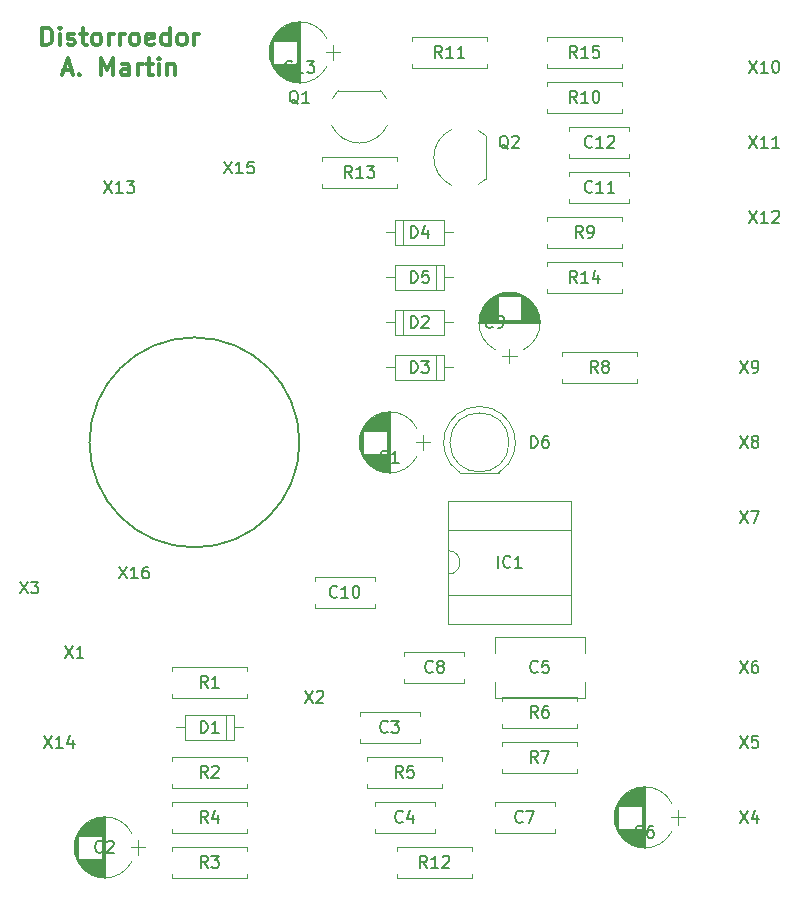
<source format=gbr>
G04 #@! TF.FileFunction,Legend,Top*
%FSLAX46Y46*%
G04 Gerber Fmt 4.6, Leading zero omitted, Abs format (unit mm)*
G04 Created by KiCad (PCBNEW 4.0.6) date 08/31/17 07:48:38*
%MOMM*%
%LPD*%
G01*
G04 APERTURE LIST*
%ADD10C,0.100000*%
%ADD11C,0.300000*%
%ADD12C,0.200000*%
%ADD13C,0.120000*%
%ADD14C,0.150000*%
G04 APERTURE END LIST*
D10*
D11*
X88714286Y-52743571D02*
X88714286Y-51243571D01*
X89071429Y-51243571D01*
X89285714Y-51315000D01*
X89428572Y-51457857D01*
X89500000Y-51600714D01*
X89571429Y-51886429D01*
X89571429Y-52100714D01*
X89500000Y-52386429D01*
X89428572Y-52529286D01*
X89285714Y-52672143D01*
X89071429Y-52743571D01*
X88714286Y-52743571D01*
X90214286Y-52743571D02*
X90214286Y-51743571D01*
X90214286Y-51243571D02*
X90142857Y-51315000D01*
X90214286Y-51386429D01*
X90285714Y-51315000D01*
X90214286Y-51243571D01*
X90214286Y-51386429D01*
X90857143Y-52672143D02*
X91000000Y-52743571D01*
X91285715Y-52743571D01*
X91428572Y-52672143D01*
X91500000Y-52529286D01*
X91500000Y-52457857D01*
X91428572Y-52315000D01*
X91285715Y-52243571D01*
X91071429Y-52243571D01*
X90928572Y-52172143D01*
X90857143Y-52029286D01*
X90857143Y-51957857D01*
X90928572Y-51815000D01*
X91071429Y-51743571D01*
X91285715Y-51743571D01*
X91428572Y-51815000D01*
X91928572Y-51743571D02*
X92500001Y-51743571D01*
X92142858Y-51243571D02*
X92142858Y-52529286D01*
X92214286Y-52672143D01*
X92357144Y-52743571D01*
X92500001Y-52743571D01*
X93214287Y-52743571D02*
X93071429Y-52672143D01*
X93000001Y-52600714D01*
X92928572Y-52457857D01*
X92928572Y-52029286D01*
X93000001Y-51886429D01*
X93071429Y-51815000D01*
X93214287Y-51743571D01*
X93428572Y-51743571D01*
X93571429Y-51815000D01*
X93642858Y-51886429D01*
X93714287Y-52029286D01*
X93714287Y-52457857D01*
X93642858Y-52600714D01*
X93571429Y-52672143D01*
X93428572Y-52743571D01*
X93214287Y-52743571D01*
X94357144Y-52743571D02*
X94357144Y-51743571D01*
X94357144Y-52029286D02*
X94428572Y-51886429D01*
X94500001Y-51815000D01*
X94642858Y-51743571D01*
X94785715Y-51743571D01*
X95285715Y-52743571D02*
X95285715Y-51743571D01*
X95285715Y-52029286D02*
X95357143Y-51886429D01*
X95428572Y-51815000D01*
X95571429Y-51743571D01*
X95714286Y-51743571D01*
X96428572Y-52743571D02*
X96285714Y-52672143D01*
X96214286Y-52600714D01*
X96142857Y-52457857D01*
X96142857Y-52029286D01*
X96214286Y-51886429D01*
X96285714Y-51815000D01*
X96428572Y-51743571D01*
X96642857Y-51743571D01*
X96785714Y-51815000D01*
X96857143Y-51886429D01*
X96928572Y-52029286D01*
X96928572Y-52457857D01*
X96857143Y-52600714D01*
X96785714Y-52672143D01*
X96642857Y-52743571D01*
X96428572Y-52743571D01*
X98142857Y-52672143D02*
X98000000Y-52743571D01*
X97714286Y-52743571D01*
X97571429Y-52672143D01*
X97500000Y-52529286D01*
X97500000Y-51957857D01*
X97571429Y-51815000D01*
X97714286Y-51743571D01*
X98000000Y-51743571D01*
X98142857Y-51815000D01*
X98214286Y-51957857D01*
X98214286Y-52100714D01*
X97500000Y-52243571D01*
X99500000Y-52743571D02*
X99500000Y-51243571D01*
X99500000Y-52672143D02*
X99357143Y-52743571D01*
X99071429Y-52743571D01*
X98928571Y-52672143D01*
X98857143Y-52600714D01*
X98785714Y-52457857D01*
X98785714Y-52029286D01*
X98857143Y-51886429D01*
X98928571Y-51815000D01*
X99071429Y-51743571D01*
X99357143Y-51743571D01*
X99500000Y-51815000D01*
X100428572Y-52743571D02*
X100285714Y-52672143D01*
X100214286Y-52600714D01*
X100142857Y-52457857D01*
X100142857Y-52029286D01*
X100214286Y-51886429D01*
X100285714Y-51815000D01*
X100428572Y-51743571D01*
X100642857Y-51743571D01*
X100785714Y-51815000D01*
X100857143Y-51886429D01*
X100928572Y-52029286D01*
X100928572Y-52457857D01*
X100857143Y-52600714D01*
X100785714Y-52672143D01*
X100642857Y-52743571D01*
X100428572Y-52743571D01*
X101571429Y-52743571D02*
X101571429Y-51743571D01*
X101571429Y-52029286D02*
X101642857Y-51886429D01*
X101714286Y-51815000D01*
X101857143Y-51743571D01*
X102000000Y-51743571D01*
X90500000Y-54865000D02*
X91214286Y-54865000D01*
X90357143Y-55293571D02*
X90857143Y-53793571D01*
X91357143Y-55293571D01*
X91857143Y-55150714D02*
X91928571Y-55222143D01*
X91857143Y-55293571D01*
X91785714Y-55222143D01*
X91857143Y-55150714D01*
X91857143Y-55293571D01*
X93714286Y-55293571D02*
X93714286Y-53793571D01*
X94214286Y-54865000D01*
X94714286Y-53793571D01*
X94714286Y-55293571D01*
X96071429Y-55293571D02*
X96071429Y-54507857D01*
X96000000Y-54365000D01*
X95857143Y-54293571D01*
X95571429Y-54293571D01*
X95428572Y-54365000D01*
X96071429Y-55222143D02*
X95928572Y-55293571D01*
X95571429Y-55293571D01*
X95428572Y-55222143D01*
X95357143Y-55079286D01*
X95357143Y-54936429D01*
X95428572Y-54793571D01*
X95571429Y-54722143D01*
X95928572Y-54722143D01*
X96071429Y-54650714D01*
X96785715Y-55293571D02*
X96785715Y-54293571D01*
X96785715Y-54579286D02*
X96857143Y-54436429D01*
X96928572Y-54365000D01*
X97071429Y-54293571D01*
X97214286Y-54293571D01*
X97500000Y-54293571D02*
X98071429Y-54293571D01*
X97714286Y-53793571D02*
X97714286Y-55079286D01*
X97785714Y-55222143D01*
X97928572Y-55293571D01*
X98071429Y-55293571D01*
X98571429Y-55293571D02*
X98571429Y-54293571D01*
X98571429Y-53793571D02*
X98500000Y-53865000D01*
X98571429Y-53936429D01*
X98642857Y-53865000D01*
X98571429Y-53793571D01*
X98571429Y-53936429D01*
X99285715Y-54293571D02*
X99285715Y-55293571D01*
X99285715Y-54436429D02*
X99357143Y-54365000D01*
X99500001Y-54293571D01*
X99714286Y-54293571D01*
X99857143Y-54365000D01*
X99928572Y-54507857D01*
X99928572Y-55293571D01*
D12*
X110490000Y-86360000D02*
G75*
G03X110490000Y-86360000I-8890000J0D01*
G01*
D13*
X104930000Y-111550000D02*
X104930000Y-109430000D01*
X104930000Y-109430000D02*
X100810000Y-109430000D01*
X100810000Y-109430000D02*
X100810000Y-111550000D01*
X100810000Y-111550000D02*
X104930000Y-111550000D01*
X105700000Y-110490000D02*
X104930000Y-110490000D01*
X100040000Y-110490000D02*
X100810000Y-110490000D01*
X104270000Y-111550000D02*
X104270000Y-109430000D01*
X118590000Y-75140000D02*
X118590000Y-77260000D01*
X118590000Y-77260000D02*
X122710000Y-77260000D01*
X122710000Y-77260000D02*
X122710000Y-75140000D01*
X122710000Y-75140000D02*
X118590000Y-75140000D01*
X117820000Y-76200000D02*
X118590000Y-76200000D01*
X123480000Y-76200000D02*
X122710000Y-76200000D01*
X119250000Y-75140000D02*
X119250000Y-77260000D01*
X122710000Y-81070000D02*
X122710000Y-78950000D01*
X122710000Y-78950000D02*
X118590000Y-78950000D01*
X118590000Y-78950000D02*
X118590000Y-81070000D01*
X118590000Y-81070000D02*
X122710000Y-81070000D01*
X123480000Y-80010000D02*
X122710000Y-80010000D01*
X117820000Y-80010000D02*
X118590000Y-80010000D01*
X122050000Y-81070000D02*
X122050000Y-78950000D01*
X118590000Y-67520000D02*
X118590000Y-69640000D01*
X118590000Y-69640000D02*
X122710000Y-69640000D01*
X122710000Y-69640000D02*
X122710000Y-67520000D01*
X122710000Y-67520000D02*
X118590000Y-67520000D01*
X117820000Y-68580000D02*
X118590000Y-68580000D01*
X123480000Y-68580000D02*
X122710000Y-68580000D01*
X119250000Y-67520000D02*
X119250000Y-69640000D01*
X122710000Y-73450000D02*
X122710000Y-71330000D01*
X122710000Y-71330000D02*
X118590000Y-71330000D01*
X118590000Y-71330000D02*
X118590000Y-73450000D01*
X118590000Y-73450000D02*
X122710000Y-73450000D01*
X123480000Y-72390000D02*
X122710000Y-72390000D01*
X117820000Y-72390000D02*
X118590000Y-72390000D01*
X122050000Y-73450000D02*
X122050000Y-71330000D01*
X125731958Y-83320001D02*
G75*
G03X124090488Y-88920000I-1958J-3039999D01*
G01*
X125728042Y-83320001D02*
G75*
G02X127369512Y-88920000I1958J-3039999D01*
G01*
X128230000Y-86360000D02*
G75*
G03X128230000Y-86360000I-2500000J0D01*
G01*
X124090000Y-88920000D02*
X127370000Y-88920000D01*
X117370000Y-56570000D02*
X113770000Y-56570000D01*
X117894184Y-57297205D02*
G75*
G03X117370000Y-56570000I-2324184J-1122795D01*
G01*
X117926400Y-59518807D02*
G75*
G02X115570000Y-61020000I-2356400J1098807D01*
G01*
X113213600Y-59518807D02*
G75*
G03X115570000Y-61020000I2356400J1098807D01*
G01*
X113245816Y-57297205D02*
G75*
G02X113770000Y-56570000I2324184J-1122795D01*
G01*
X126310000Y-64030000D02*
X126310000Y-60430000D01*
X125582795Y-64554184D02*
G75*
G03X126310000Y-64030000I-1122795J2324184D01*
G01*
X123361193Y-64586400D02*
G75*
G02X121860000Y-62230000I1098807J2356400D01*
G01*
X123361193Y-59873600D02*
G75*
G03X121860000Y-62230000I1098807J-2356400D01*
G01*
X125582795Y-59905816D02*
G75*
G02X126310000Y-60430000I-1122795J-2324184D01*
G01*
X134680000Y-107970000D02*
X127060000Y-107970000D01*
X134680000Y-102850000D02*
X127060000Y-102850000D01*
X134680000Y-107970000D02*
X134680000Y-106605000D01*
X134680000Y-104215000D02*
X134680000Y-102850000D01*
X127060000Y-107970000D02*
X127060000Y-106605000D01*
X127060000Y-104215000D02*
X127060000Y-102850000D01*
X123070000Y-97520000D02*
X123070000Y-99290000D01*
X123070000Y-99290000D02*
X133470000Y-99290000D01*
X133470000Y-99290000D02*
X133470000Y-93750000D01*
X133470000Y-93750000D02*
X123070000Y-93750000D01*
X123070000Y-93750000D02*
X123070000Y-95520000D01*
X123070000Y-101720000D02*
X133470000Y-101720000D01*
X133470000Y-101720000D02*
X133470000Y-91320000D01*
X133470000Y-91320000D02*
X123070000Y-91320000D01*
X123070000Y-91320000D02*
X123070000Y-101720000D01*
X123070000Y-95520000D02*
G75*
G02X123070000Y-97520000I0J-1000000D01*
G01*
X106080000Y-107660000D02*
X106080000Y-107990000D01*
X106080000Y-107990000D02*
X99660000Y-107990000D01*
X99660000Y-107990000D02*
X99660000Y-107660000D01*
X106080000Y-105700000D02*
X106080000Y-105370000D01*
X106080000Y-105370000D02*
X99660000Y-105370000D01*
X99660000Y-105370000D02*
X99660000Y-105700000D01*
X99660000Y-113320000D02*
X99660000Y-112990000D01*
X99660000Y-112990000D02*
X106080000Y-112990000D01*
X106080000Y-112990000D02*
X106080000Y-113320000D01*
X99660000Y-115280000D02*
X99660000Y-115610000D01*
X99660000Y-115610000D02*
X106080000Y-115610000D01*
X106080000Y-115610000D02*
X106080000Y-115280000D01*
X106080000Y-122900000D02*
X106080000Y-123230000D01*
X106080000Y-123230000D02*
X99660000Y-123230000D01*
X99660000Y-123230000D02*
X99660000Y-122900000D01*
X106080000Y-120940000D02*
X106080000Y-120610000D01*
X106080000Y-120610000D02*
X99660000Y-120610000D01*
X99660000Y-120610000D02*
X99660000Y-120940000D01*
X99660000Y-117130000D02*
X99660000Y-116800000D01*
X99660000Y-116800000D02*
X106080000Y-116800000D01*
X106080000Y-116800000D02*
X106080000Y-117130000D01*
X99660000Y-119090000D02*
X99660000Y-119420000D01*
X99660000Y-119420000D02*
X106080000Y-119420000D01*
X106080000Y-119420000D02*
X106080000Y-119090000D01*
X122590000Y-115280000D02*
X122590000Y-115610000D01*
X122590000Y-115610000D02*
X116170000Y-115610000D01*
X116170000Y-115610000D02*
X116170000Y-115280000D01*
X122590000Y-113320000D02*
X122590000Y-112990000D01*
X122590000Y-112990000D02*
X116170000Y-112990000D01*
X116170000Y-112990000D02*
X116170000Y-113320000D01*
X127600000Y-108240000D02*
X127600000Y-107910000D01*
X127600000Y-107910000D02*
X134020000Y-107910000D01*
X134020000Y-107910000D02*
X134020000Y-108240000D01*
X127600000Y-110200000D02*
X127600000Y-110530000D01*
X127600000Y-110530000D02*
X134020000Y-110530000D01*
X134020000Y-110530000D02*
X134020000Y-110200000D01*
X127600000Y-112050000D02*
X127600000Y-111720000D01*
X127600000Y-111720000D02*
X134020000Y-111720000D01*
X134020000Y-111720000D02*
X134020000Y-112050000D01*
X127600000Y-114010000D02*
X127600000Y-114340000D01*
X127600000Y-114340000D02*
X134020000Y-114340000D01*
X134020000Y-114340000D02*
X134020000Y-114010000D01*
X132680000Y-79030000D02*
X132680000Y-78700000D01*
X132680000Y-78700000D02*
X139100000Y-78700000D01*
X139100000Y-78700000D02*
X139100000Y-79030000D01*
X132680000Y-80990000D02*
X132680000Y-81320000D01*
X132680000Y-81320000D02*
X139100000Y-81320000D01*
X139100000Y-81320000D02*
X139100000Y-80990000D01*
X131410000Y-67600000D02*
X131410000Y-67270000D01*
X131410000Y-67270000D02*
X137830000Y-67270000D01*
X137830000Y-67270000D02*
X137830000Y-67600000D01*
X131410000Y-69560000D02*
X131410000Y-69890000D01*
X131410000Y-69890000D02*
X137830000Y-69890000D01*
X137830000Y-69890000D02*
X137830000Y-69560000D01*
X137830000Y-58130000D02*
X137830000Y-58460000D01*
X137830000Y-58460000D02*
X131410000Y-58460000D01*
X131410000Y-58460000D02*
X131410000Y-58130000D01*
X137830000Y-56170000D02*
X137830000Y-55840000D01*
X137830000Y-55840000D02*
X131410000Y-55840000D01*
X131410000Y-55840000D02*
X131410000Y-56170000D01*
X119980000Y-52360000D02*
X119980000Y-52030000D01*
X119980000Y-52030000D02*
X126400000Y-52030000D01*
X126400000Y-52030000D02*
X126400000Y-52360000D01*
X119980000Y-54320000D02*
X119980000Y-54650000D01*
X119980000Y-54650000D02*
X126400000Y-54650000D01*
X126400000Y-54650000D02*
X126400000Y-54320000D01*
X118710000Y-120940000D02*
X118710000Y-120610000D01*
X118710000Y-120610000D02*
X125130000Y-120610000D01*
X125130000Y-120610000D02*
X125130000Y-120940000D01*
X118710000Y-122900000D02*
X118710000Y-123230000D01*
X118710000Y-123230000D02*
X125130000Y-123230000D01*
X125130000Y-123230000D02*
X125130000Y-122900000D01*
X118780000Y-64480000D02*
X118780000Y-64810000D01*
X118780000Y-64810000D02*
X112360000Y-64810000D01*
X112360000Y-64810000D02*
X112360000Y-64480000D01*
X118780000Y-62520000D02*
X118780000Y-62190000D01*
X118780000Y-62190000D02*
X112360000Y-62190000D01*
X112360000Y-62190000D02*
X112360000Y-62520000D01*
X137830000Y-73370000D02*
X137830000Y-73700000D01*
X137830000Y-73700000D02*
X131410000Y-73700000D01*
X131410000Y-73700000D02*
X131410000Y-73370000D01*
X137830000Y-71410000D02*
X137830000Y-71080000D01*
X137830000Y-71080000D02*
X131410000Y-71080000D01*
X131410000Y-71080000D02*
X131410000Y-71410000D01*
X137830000Y-54320000D02*
X137830000Y-54650000D01*
X137830000Y-54650000D02*
X131410000Y-54650000D01*
X131410000Y-54650000D02*
X131410000Y-54320000D01*
X137830000Y-52360000D02*
X137830000Y-52030000D01*
X137830000Y-52030000D02*
X131410000Y-52030000D01*
X131410000Y-52030000D02*
X131410000Y-52360000D01*
X115824278Y-87539723D02*
G75*
G03X120435580Y-87540000I2305722J1179723D01*
G01*
X115824278Y-85180277D02*
G75*
G02X120435580Y-85180000I2305722J-1179723D01*
G01*
X115824278Y-85180277D02*
G75*
G03X115824420Y-87540000I2305722J-1179723D01*
G01*
X118130000Y-88910000D02*
X118130000Y-83810000D01*
X118090000Y-88910000D02*
X118090000Y-83810000D01*
X118050000Y-88909000D02*
X118050000Y-83811000D01*
X118010000Y-88908000D02*
X118010000Y-83812000D01*
X117970000Y-88906000D02*
X117970000Y-83814000D01*
X117930000Y-88903000D02*
X117930000Y-83817000D01*
X117890000Y-88899000D02*
X117890000Y-83821000D01*
X117850000Y-88895000D02*
X117850000Y-87340000D01*
X117850000Y-85380000D02*
X117850000Y-83825000D01*
X117810000Y-88891000D02*
X117810000Y-87340000D01*
X117810000Y-85380000D02*
X117810000Y-83829000D01*
X117770000Y-88885000D02*
X117770000Y-87340000D01*
X117770000Y-85380000D02*
X117770000Y-83835000D01*
X117730000Y-88879000D02*
X117730000Y-87340000D01*
X117730000Y-85380000D02*
X117730000Y-83841000D01*
X117690000Y-88873000D02*
X117690000Y-87340000D01*
X117690000Y-85380000D02*
X117690000Y-83847000D01*
X117650000Y-88866000D02*
X117650000Y-87340000D01*
X117650000Y-85380000D02*
X117650000Y-83854000D01*
X117610000Y-88858000D02*
X117610000Y-87340000D01*
X117610000Y-85380000D02*
X117610000Y-83862000D01*
X117570000Y-88849000D02*
X117570000Y-87340000D01*
X117570000Y-85380000D02*
X117570000Y-83871000D01*
X117530000Y-88840000D02*
X117530000Y-87340000D01*
X117530000Y-85380000D02*
X117530000Y-83880000D01*
X117490000Y-88830000D02*
X117490000Y-87340000D01*
X117490000Y-85380000D02*
X117490000Y-83890000D01*
X117450000Y-88820000D02*
X117450000Y-87340000D01*
X117450000Y-85380000D02*
X117450000Y-83900000D01*
X117409000Y-88808000D02*
X117409000Y-87340000D01*
X117409000Y-85380000D02*
X117409000Y-83912000D01*
X117369000Y-88796000D02*
X117369000Y-87340000D01*
X117369000Y-85380000D02*
X117369000Y-83924000D01*
X117329000Y-88784000D02*
X117329000Y-87340000D01*
X117329000Y-85380000D02*
X117329000Y-83936000D01*
X117289000Y-88770000D02*
X117289000Y-87340000D01*
X117289000Y-85380000D02*
X117289000Y-83950000D01*
X117249000Y-88756000D02*
X117249000Y-87340000D01*
X117249000Y-85380000D02*
X117249000Y-83964000D01*
X117209000Y-88742000D02*
X117209000Y-87340000D01*
X117209000Y-85380000D02*
X117209000Y-83978000D01*
X117169000Y-88726000D02*
X117169000Y-87340000D01*
X117169000Y-85380000D02*
X117169000Y-83994000D01*
X117129000Y-88710000D02*
X117129000Y-87340000D01*
X117129000Y-85380000D02*
X117129000Y-84010000D01*
X117089000Y-88693000D02*
X117089000Y-87340000D01*
X117089000Y-85380000D02*
X117089000Y-84027000D01*
X117049000Y-88675000D02*
X117049000Y-87340000D01*
X117049000Y-85380000D02*
X117049000Y-84045000D01*
X117009000Y-88656000D02*
X117009000Y-87340000D01*
X117009000Y-85380000D02*
X117009000Y-84064000D01*
X116969000Y-88636000D02*
X116969000Y-87340000D01*
X116969000Y-85380000D02*
X116969000Y-84084000D01*
X116929000Y-88616000D02*
X116929000Y-87340000D01*
X116929000Y-85380000D02*
X116929000Y-84104000D01*
X116889000Y-88594000D02*
X116889000Y-87340000D01*
X116889000Y-85380000D02*
X116889000Y-84126000D01*
X116849000Y-88572000D02*
X116849000Y-87340000D01*
X116849000Y-85380000D02*
X116849000Y-84148000D01*
X116809000Y-88549000D02*
X116809000Y-87340000D01*
X116809000Y-85380000D02*
X116809000Y-84171000D01*
X116769000Y-88525000D02*
X116769000Y-87340000D01*
X116769000Y-85380000D02*
X116769000Y-84195000D01*
X116729000Y-88500000D02*
X116729000Y-87340000D01*
X116729000Y-85380000D02*
X116729000Y-84220000D01*
X116689000Y-88473000D02*
X116689000Y-87340000D01*
X116689000Y-85380000D02*
X116689000Y-84247000D01*
X116649000Y-88446000D02*
X116649000Y-87340000D01*
X116649000Y-85380000D02*
X116649000Y-84274000D01*
X116609000Y-88418000D02*
X116609000Y-87340000D01*
X116609000Y-85380000D02*
X116609000Y-84302000D01*
X116569000Y-88388000D02*
X116569000Y-87340000D01*
X116569000Y-85380000D02*
X116569000Y-84332000D01*
X116529000Y-88357000D02*
X116529000Y-87340000D01*
X116529000Y-85380000D02*
X116529000Y-84363000D01*
X116489000Y-88325000D02*
X116489000Y-87340000D01*
X116489000Y-85380000D02*
X116489000Y-84395000D01*
X116449000Y-88292000D02*
X116449000Y-87340000D01*
X116449000Y-85380000D02*
X116449000Y-84428000D01*
X116409000Y-88257000D02*
X116409000Y-87340000D01*
X116409000Y-85380000D02*
X116409000Y-84463000D01*
X116369000Y-88221000D02*
X116369000Y-87340000D01*
X116369000Y-85380000D02*
X116369000Y-84499000D01*
X116329000Y-88183000D02*
X116329000Y-87340000D01*
X116329000Y-85380000D02*
X116329000Y-84537000D01*
X116289000Y-88143000D02*
X116289000Y-87340000D01*
X116289000Y-85380000D02*
X116289000Y-84577000D01*
X116249000Y-88102000D02*
X116249000Y-87340000D01*
X116249000Y-85380000D02*
X116249000Y-84618000D01*
X116209000Y-88059000D02*
X116209000Y-87340000D01*
X116209000Y-85380000D02*
X116209000Y-84661000D01*
X116169000Y-88014000D02*
X116169000Y-87340000D01*
X116169000Y-85380000D02*
X116169000Y-84706000D01*
X116129000Y-87966000D02*
X116129000Y-87340000D01*
X116129000Y-85380000D02*
X116129000Y-84754000D01*
X116089000Y-87916000D02*
X116089000Y-87340000D01*
X116089000Y-85380000D02*
X116089000Y-84804000D01*
X116049000Y-87864000D02*
X116049000Y-87340000D01*
X116049000Y-85380000D02*
X116049000Y-84856000D01*
X116009000Y-87808000D02*
X116009000Y-87340000D01*
X116009000Y-85380000D02*
X116009000Y-84912000D01*
X115969000Y-87750000D02*
X115969000Y-87340000D01*
X115969000Y-85380000D02*
X115969000Y-84970000D01*
X115929000Y-87687000D02*
X115929000Y-87340000D01*
X115929000Y-85380000D02*
X115929000Y-85033000D01*
X115889000Y-87621000D02*
X115889000Y-85099000D01*
X115849000Y-87549000D02*
X115849000Y-85171000D01*
X115809000Y-87472000D02*
X115809000Y-85248000D01*
X115769000Y-87388000D02*
X115769000Y-85332000D01*
X115729000Y-87294000D02*
X115729000Y-85426000D01*
X115689000Y-87189000D02*
X115689000Y-85531000D01*
X115649000Y-87067000D02*
X115649000Y-85653000D01*
X115609000Y-86919000D02*
X115609000Y-85801000D01*
X115569000Y-86714000D02*
X115569000Y-86006000D01*
X121580000Y-86360000D02*
X120380000Y-86360000D01*
X120980000Y-87010000D02*
X120980000Y-85710000D01*
X120710000Y-111800000D02*
X115590000Y-111800000D01*
X120710000Y-109180000D02*
X115590000Y-109180000D01*
X120710000Y-111800000D02*
X120710000Y-111486000D01*
X120710000Y-109494000D02*
X120710000Y-109180000D01*
X115590000Y-111800000D02*
X115590000Y-111486000D01*
X115590000Y-109494000D02*
X115590000Y-109180000D01*
X121980000Y-119420000D02*
X116860000Y-119420000D01*
X121980000Y-116800000D02*
X116860000Y-116800000D01*
X121980000Y-119420000D02*
X121980000Y-119106000D01*
X121980000Y-117114000D02*
X121980000Y-116800000D01*
X116860000Y-119420000D02*
X116860000Y-119106000D01*
X116860000Y-117114000D02*
X116860000Y-116800000D01*
X137414278Y-119289723D02*
G75*
G03X142025580Y-119290000I2305722J1179723D01*
G01*
X137414278Y-116930277D02*
G75*
G02X142025580Y-116930000I2305722J-1179723D01*
G01*
X137414278Y-116930277D02*
G75*
G03X137414420Y-119290000I2305722J-1179723D01*
G01*
X139720000Y-120660000D02*
X139720000Y-115560000D01*
X139680000Y-120660000D02*
X139680000Y-115560000D01*
X139640000Y-120659000D02*
X139640000Y-115561000D01*
X139600000Y-120658000D02*
X139600000Y-115562000D01*
X139560000Y-120656000D02*
X139560000Y-115564000D01*
X139520000Y-120653000D02*
X139520000Y-115567000D01*
X139480000Y-120649000D02*
X139480000Y-115571000D01*
X139440000Y-120645000D02*
X139440000Y-119090000D01*
X139440000Y-117130000D02*
X139440000Y-115575000D01*
X139400000Y-120641000D02*
X139400000Y-119090000D01*
X139400000Y-117130000D02*
X139400000Y-115579000D01*
X139360000Y-120635000D02*
X139360000Y-119090000D01*
X139360000Y-117130000D02*
X139360000Y-115585000D01*
X139320000Y-120629000D02*
X139320000Y-119090000D01*
X139320000Y-117130000D02*
X139320000Y-115591000D01*
X139280000Y-120623000D02*
X139280000Y-119090000D01*
X139280000Y-117130000D02*
X139280000Y-115597000D01*
X139240000Y-120616000D02*
X139240000Y-119090000D01*
X139240000Y-117130000D02*
X139240000Y-115604000D01*
X139200000Y-120608000D02*
X139200000Y-119090000D01*
X139200000Y-117130000D02*
X139200000Y-115612000D01*
X139160000Y-120599000D02*
X139160000Y-119090000D01*
X139160000Y-117130000D02*
X139160000Y-115621000D01*
X139120000Y-120590000D02*
X139120000Y-119090000D01*
X139120000Y-117130000D02*
X139120000Y-115630000D01*
X139080000Y-120580000D02*
X139080000Y-119090000D01*
X139080000Y-117130000D02*
X139080000Y-115640000D01*
X139040000Y-120570000D02*
X139040000Y-119090000D01*
X139040000Y-117130000D02*
X139040000Y-115650000D01*
X138999000Y-120558000D02*
X138999000Y-119090000D01*
X138999000Y-117130000D02*
X138999000Y-115662000D01*
X138959000Y-120546000D02*
X138959000Y-119090000D01*
X138959000Y-117130000D02*
X138959000Y-115674000D01*
X138919000Y-120534000D02*
X138919000Y-119090000D01*
X138919000Y-117130000D02*
X138919000Y-115686000D01*
X138879000Y-120520000D02*
X138879000Y-119090000D01*
X138879000Y-117130000D02*
X138879000Y-115700000D01*
X138839000Y-120506000D02*
X138839000Y-119090000D01*
X138839000Y-117130000D02*
X138839000Y-115714000D01*
X138799000Y-120492000D02*
X138799000Y-119090000D01*
X138799000Y-117130000D02*
X138799000Y-115728000D01*
X138759000Y-120476000D02*
X138759000Y-119090000D01*
X138759000Y-117130000D02*
X138759000Y-115744000D01*
X138719000Y-120460000D02*
X138719000Y-119090000D01*
X138719000Y-117130000D02*
X138719000Y-115760000D01*
X138679000Y-120443000D02*
X138679000Y-119090000D01*
X138679000Y-117130000D02*
X138679000Y-115777000D01*
X138639000Y-120425000D02*
X138639000Y-119090000D01*
X138639000Y-117130000D02*
X138639000Y-115795000D01*
X138599000Y-120406000D02*
X138599000Y-119090000D01*
X138599000Y-117130000D02*
X138599000Y-115814000D01*
X138559000Y-120386000D02*
X138559000Y-119090000D01*
X138559000Y-117130000D02*
X138559000Y-115834000D01*
X138519000Y-120366000D02*
X138519000Y-119090000D01*
X138519000Y-117130000D02*
X138519000Y-115854000D01*
X138479000Y-120344000D02*
X138479000Y-119090000D01*
X138479000Y-117130000D02*
X138479000Y-115876000D01*
X138439000Y-120322000D02*
X138439000Y-119090000D01*
X138439000Y-117130000D02*
X138439000Y-115898000D01*
X138399000Y-120299000D02*
X138399000Y-119090000D01*
X138399000Y-117130000D02*
X138399000Y-115921000D01*
X138359000Y-120275000D02*
X138359000Y-119090000D01*
X138359000Y-117130000D02*
X138359000Y-115945000D01*
X138319000Y-120250000D02*
X138319000Y-119090000D01*
X138319000Y-117130000D02*
X138319000Y-115970000D01*
X138279000Y-120223000D02*
X138279000Y-119090000D01*
X138279000Y-117130000D02*
X138279000Y-115997000D01*
X138239000Y-120196000D02*
X138239000Y-119090000D01*
X138239000Y-117130000D02*
X138239000Y-116024000D01*
X138199000Y-120168000D02*
X138199000Y-119090000D01*
X138199000Y-117130000D02*
X138199000Y-116052000D01*
X138159000Y-120138000D02*
X138159000Y-119090000D01*
X138159000Y-117130000D02*
X138159000Y-116082000D01*
X138119000Y-120107000D02*
X138119000Y-119090000D01*
X138119000Y-117130000D02*
X138119000Y-116113000D01*
X138079000Y-120075000D02*
X138079000Y-119090000D01*
X138079000Y-117130000D02*
X138079000Y-116145000D01*
X138039000Y-120042000D02*
X138039000Y-119090000D01*
X138039000Y-117130000D02*
X138039000Y-116178000D01*
X137999000Y-120007000D02*
X137999000Y-119090000D01*
X137999000Y-117130000D02*
X137999000Y-116213000D01*
X137959000Y-119971000D02*
X137959000Y-119090000D01*
X137959000Y-117130000D02*
X137959000Y-116249000D01*
X137919000Y-119933000D02*
X137919000Y-119090000D01*
X137919000Y-117130000D02*
X137919000Y-116287000D01*
X137879000Y-119893000D02*
X137879000Y-119090000D01*
X137879000Y-117130000D02*
X137879000Y-116327000D01*
X137839000Y-119852000D02*
X137839000Y-119090000D01*
X137839000Y-117130000D02*
X137839000Y-116368000D01*
X137799000Y-119809000D02*
X137799000Y-119090000D01*
X137799000Y-117130000D02*
X137799000Y-116411000D01*
X137759000Y-119764000D02*
X137759000Y-119090000D01*
X137759000Y-117130000D02*
X137759000Y-116456000D01*
X137719000Y-119716000D02*
X137719000Y-119090000D01*
X137719000Y-117130000D02*
X137719000Y-116504000D01*
X137679000Y-119666000D02*
X137679000Y-119090000D01*
X137679000Y-117130000D02*
X137679000Y-116554000D01*
X137639000Y-119614000D02*
X137639000Y-119090000D01*
X137639000Y-117130000D02*
X137639000Y-116606000D01*
X137599000Y-119558000D02*
X137599000Y-119090000D01*
X137599000Y-117130000D02*
X137599000Y-116662000D01*
X137559000Y-119500000D02*
X137559000Y-119090000D01*
X137559000Y-117130000D02*
X137559000Y-116720000D01*
X137519000Y-119437000D02*
X137519000Y-119090000D01*
X137519000Y-117130000D02*
X137519000Y-116783000D01*
X137479000Y-119371000D02*
X137479000Y-116849000D01*
X137439000Y-119299000D02*
X137439000Y-116921000D01*
X137399000Y-119222000D02*
X137399000Y-116998000D01*
X137359000Y-119138000D02*
X137359000Y-117082000D01*
X137319000Y-119044000D02*
X137319000Y-117176000D01*
X137279000Y-118939000D02*
X137279000Y-117281000D01*
X137239000Y-118817000D02*
X137239000Y-117403000D01*
X137199000Y-118669000D02*
X137199000Y-117551000D01*
X137159000Y-118464000D02*
X137159000Y-117756000D01*
X143170000Y-118110000D02*
X141970000Y-118110000D01*
X142570000Y-118760000D02*
X142570000Y-117460000D01*
X132140000Y-119420000D02*
X127020000Y-119420000D01*
X132140000Y-116800000D02*
X127020000Y-116800000D01*
X132140000Y-119420000D02*
X132140000Y-119106000D01*
X132140000Y-117114000D02*
X132140000Y-116800000D01*
X127020000Y-119420000D02*
X127020000Y-119106000D01*
X127020000Y-117114000D02*
X127020000Y-116800000D01*
X119320000Y-104100000D02*
X124440000Y-104100000D01*
X119320000Y-106720000D02*
X124440000Y-106720000D01*
X119320000Y-104100000D02*
X119320000Y-104414000D01*
X119320000Y-106406000D02*
X119320000Y-106720000D01*
X124440000Y-104100000D02*
X124440000Y-104414000D01*
X124440000Y-106406000D02*
X124440000Y-106720000D01*
X127090277Y-73914278D02*
G75*
G03X127090000Y-78525580I1179723J-2305722D01*
G01*
X129449723Y-73914278D02*
G75*
G02X129450000Y-78525580I-1179723J-2305722D01*
G01*
X129449723Y-73914278D02*
G75*
G03X127090000Y-73914420I-1179723J-2305722D01*
G01*
X125720000Y-76220000D02*
X130820000Y-76220000D01*
X125720000Y-76180000D02*
X130820000Y-76180000D01*
X125721000Y-76140000D02*
X130819000Y-76140000D01*
X125722000Y-76100000D02*
X130818000Y-76100000D01*
X125724000Y-76060000D02*
X130816000Y-76060000D01*
X125727000Y-76020000D02*
X130813000Y-76020000D01*
X125731000Y-75980000D02*
X130809000Y-75980000D01*
X125735000Y-75940000D02*
X127290000Y-75940000D01*
X129250000Y-75940000D02*
X130805000Y-75940000D01*
X125739000Y-75900000D02*
X127290000Y-75900000D01*
X129250000Y-75900000D02*
X130801000Y-75900000D01*
X125745000Y-75860000D02*
X127290000Y-75860000D01*
X129250000Y-75860000D02*
X130795000Y-75860000D01*
X125751000Y-75820000D02*
X127290000Y-75820000D01*
X129250000Y-75820000D02*
X130789000Y-75820000D01*
X125757000Y-75780000D02*
X127290000Y-75780000D01*
X129250000Y-75780000D02*
X130783000Y-75780000D01*
X125764000Y-75740000D02*
X127290000Y-75740000D01*
X129250000Y-75740000D02*
X130776000Y-75740000D01*
X125772000Y-75700000D02*
X127290000Y-75700000D01*
X129250000Y-75700000D02*
X130768000Y-75700000D01*
X125781000Y-75660000D02*
X127290000Y-75660000D01*
X129250000Y-75660000D02*
X130759000Y-75660000D01*
X125790000Y-75620000D02*
X127290000Y-75620000D01*
X129250000Y-75620000D02*
X130750000Y-75620000D01*
X125800000Y-75580000D02*
X127290000Y-75580000D01*
X129250000Y-75580000D02*
X130740000Y-75580000D01*
X125810000Y-75540000D02*
X127290000Y-75540000D01*
X129250000Y-75540000D02*
X130730000Y-75540000D01*
X125822000Y-75499000D02*
X127290000Y-75499000D01*
X129250000Y-75499000D02*
X130718000Y-75499000D01*
X125834000Y-75459000D02*
X127290000Y-75459000D01*
X129250000Y-75459000D02*
X130706000Y-75459000D01*
X125846000Y-75419000D02*
X127290000Y-75419000D01*
X129250000Y-75419000D02*
X130694000Y-75419000D01*
X125860000Y-75379000D02*
X127290000Y-75379000D01*
X129250000Y-75379000D02*
X130680000Y-75379000D01*
X125874000Y-75339000D02*
X127290000Y-75339000D01*
X129250000Y-75339000D02*
X130666000Y-75339000D01*
X125888000Y-75299000D02*
X127290000Y-75299000D01*
X129250000Y-75299000D02*
X130652000Y-75299000D01*
X125904000Y-75259000D02*
X127290000Y-75259000D01*
X129250000Y-75259000D02*
X130636000Y-75259000D01*
X125920000Y-75219000D02*
X127290000Y-75219000D01*
X129250000Y-75219000D02*
X130620000Y-75219000D01*
X125937000Y-75179000D02*
X127290000Y-75179000D01*
X129250000Y-75179000D02*
X130603000Y-75179000D01*
X125955000Y-75139000D02*
X127290000Y-75139000D01*
X129250000Y-75139000D02*
X130585000Y-75139000D01*
X125974000Y-75099000D02*
X127290000Y-75099000D01*
X129250000Y-75099000D02*
X130566000Y-75099000D01*
X125994000Y-75059000D02*
X127290000Y-75059000D01*
X129250000Y-75059000D02*
X130546000Y-75059000D01*
X126014000Y-75019000D02*
X127290000Y-75019000D01*
X129250000Y-75019000D02*
X130526000Y-75019000D01*
X126036000Y-74979000D02*
X127290000Y-74979000D01*
X129250000Y-74979000D02*
X130504000Y-74979000D01*
X126058000Y-74939000D02*
X127290000Y-74939000D01*
X129250000Y-74939000D02*
X130482000Y-74939000D01*
X126081000Y-74899000D02*
X127290000Y-74899000D01*
X129250000Y-74899000D02*
X130459000Y-74899000D01*
X126105000Y-74859000D02*
X127290000Y-74859000D01*
X129250000Y-74859000D02*
X130435000Y-74859000D01*
X126130000Y-74819000D02*
X127290000Y-74819000D01*
X129250000Y-74819000D02*
X130410000Y-74819000D01*
X126157000Y-74779000D02*
X127290000Y-74779000D01*
X129250000Y-74779000D02*
X130383000Y-74779000D01*
X126184000Y-74739000D02*
X127290000Y-74739000D01*
X129250000Y-74739000D02*
X130356000Y-74739000D01*
X126212000Y-74699000D02*
X127290000Y-74699000D01*
X129250000Y-74699000D02*
X130328000Y-74699000D01*
X126242000Y-74659000D02*
X127290000Y-74659000D01*
X129250000Y-74659000D02*
X130298000Y-74659000D01*
X126273000Y-74619000D02*
X127290000Y-74619000D01*
X129250000Y-74619000D02*
X130267000Y-74619000D01*
X126305000Y-74579000D02*
X127290000Y-74579000D01*
X129250000Y-74579000D02*
X130235000Y-74579000D01*
X126338000Y-74539000D02*
X127290000Y-74539000D01*
X129250000Y-74539000D02*
X130202000Y-74539000D01*
X126373000Y-74499000D02*
X127290000Y-74499000D01*
X129250000Y-74499000D02*
X130167000Y-74499000D01*
X126409000Y-74459000D02*
X127290000Y-74459000D01*
X129250000Y-74459000D02*
X130131000Y-74459000D01*
X126447000Y-74419000D02*
X127290000Y-74419000D01*
X129250000Y-74419000D02*
X130093000Y-74419000D01*
X126487000Y-74379000D02*
X127290000Y-74379000D01*
X129250000Y-74379000D02*
X130053000Y-74379000D01*
X126528000Y-74339000D02*
X127290000Y-74339000D01*
X129250000Y-74339000D02*
X130012000Y-74339000D01*
X126571000Y-74299000D02*
X127290000Y-74299000D01*
X129250000Y-74299000D02*
X129969000Y-74299000D01*
X126616000Y-74259000D02*
X127290000Y-74259000D01*
X129250000Y-74259000D02*
X129924000Y-74259000D01*
X126664000Y-74219000D02*
X127290000Y-74219000D01*
X129250000Y-74219000D02*
X129876000Y-74219000D01*
X126714000Y-74179000D02*
X127290000Y-74179000D01*
X129250000Y-74179000D02*
X129826000Y-74179000D01*
X126766000Y-74139000D02*
X127290000Y-74139000D01*
X129250000Y-74139000D02*
X129774000Y-74139000D01*
X126822000Y-74099000D02*
X127290000Y-74099000D01*
X129250000Y-74099000D02*
X129718000Y-74099000D01*
X126880000Y-74059000D02*
X127290000Y-74059000D01*
X129250000Y-74059000D02*
X129660000Y-74059000D01*
X126943000Y-74019000D02*
X127290000Y-74019000D01*
X129250000Y-74019000D02*
X129597000Y-74019000D01*
X127009000Y-73979000D02*
X129531000Y-73979000D01*
X127081000Y-73939000D02*
X129459000Y-73939000D01*
X127158000Y-73899000D02*
X129382000Y-73899000D01*
X127242000Y-73859000D02*
X129298000Y-73859000D01*
X127336000Y-73819000D02*
X129204000Y-73819000D01*
X127441000Y-73779000D02*
X129099000Y-73779000D01*
X127563000Y-73739000D02*
X128977000Y-73739000D01*
X127711000Y-73699000D02*
X128829000Y-73699000D01*
X127916000Y-73659000D02*
X128624000Y-73659000D01*
X128270000Y-79670000D02*
X128270000Y-78470000D01*
X127620000Y-79070000D02*
X128920000Y-79070000D01*
X116900000Y-100370000D02*
X111780000Y-100370000D01*
X116900000Y-97750000D02*
X111780000Y-97750000D01*
X116900000Y-100370000D02*
X116900000Y-100056000D01*
X116900000Y-98064000D02*
X116900000Y-97750000D01*
X111780000Y-100370000D02*
X111780000Y-100056000D01*
X111780000Y-98064000D02*
X111780000Y-97750000D01*
X133290000Y-63460000D02*
X138410000Y-63460000D01*
X133290000Y-66080000D02*
X138410000Y-66080000D01*
X133290000Y-63460000D02*
X133290000Y-63774000D01*
X133290000Y-65766000D02*
X133290000Y-66080000D01*
X138410000Y-63460000D02*
X138410000Y-63774000D01*
X138410000Y-65766000D02*
X138410000Y-66080000D01*
X133290000Y-59650000D02*
X138410000Y-59650000D01*
X133290000Y-62270000D02*
X138410000Y-62270000D01*
X133290000Y-59650000D02*
X133290000Y-59964000D01*
X133290000Y-61956000D02*
X133290000Y-62270000D01*
X138410000Y-59650000D02*
X138410000Y-59964000D01*
X138410000Y-61956000D02*
X138410000Y-62270000D01*
X108204278Y-54519723D02*
G75*
G03X112815580Y-54520000I2305722J1179723D01*
G01*
X108204278Y-52160277D02*
G75*
G02X112815580Y-52160000I2305722J-1179723D01*
G01*
X108204278Y-52160277D02*
G75*
G03X108204420Y-54520000I2305722J-1179723D01*
G01*
X110510000Y-55890000D02*
X110510000Y-50790000D01*
X110470000Y-55890000D02*
X110470000Y-50790000D01*
X110430000Y-55889000D02*
X110430000Y-50791000D01*
X110390000Y-55888000D02*
X110390000Y-50792000D01*
X110350000Y-55886000D02*
X110350000Y-50794000D01*
X110310000Y-55883000D02*
X110310000Y-50797000D01*
X110270000Y-55879000D02*
X110270000Y-50801000D01*
X110230000Y-55875000D02*
X110230000Y-54320000D01*
X110230000Y-52360000D02*
X110230000Y-50805000D01*
X110190000Y-55871000D02*
X110190000Y-54320000D01*
X110190000Y-52360000D02*
X110190000Y-50809000D01*
X110150000Y-55865000D02*
X110150000Y-54320000D01*
X110150000Y-52360000D02*
X110150000Y-50815000D01*
X110110000Y-55859000D02*
X110110000Y-54320000D01*
X110110000Y-52360000D02*
X110110000Y-50821000D01*
X110070000Y-55853000D02*
X110070000Y-54320000D01*
X110070000Y-52360000D02*
X110070000Y-50827000D01*
X110030000Y-55846000D02*
X110030000Y-54320000D01*
X110030000Y-52360000D02*
X110030000Y-50834000D01*
X109990000Y-55838000D02*
X109990000Y-54320000D01*
X109990000Y-52360000D02*
X109990000Y-50842000D01*
X109950000Y-55829000D02*
X109950000Y-54320000D01*
X109950000Y-52360000D02*
X109950000Y-50851000D01*
X109910000Y-55820000D02*
X109910000Y-54320000D01*
X109910000Y-52360000D02*
X109910000Y-50860000D01*
X109870000Y-55810000D02*
X109870000Y-54320000D01*
X109870000Y-52360000D02*
X109870000Y-50870000D01*
X109830000Y-55800000D02*
X109830000Y-54320000D01*
X109830000Y-52360000D02*
X109830000Y-50880000D01*
X109789000Y-55788000D02*
X109789000Y-54320000D01*
X109789000Y-52360000D02*
X109789000Y-50892000D01*
X109749000Y-55776000D02*
X109749000Y-54320000D01*
X109749000Y-52360000D02*
X109749000Y-50904000D01*
X109709000Y-55764000D02*
X109709000Y-54320000D01*
X109709000Y-52360000D02*
X109709000Y-50916000D01*
X109669000Y-55750000D02*
X109669000Y-54320000D01*
X109669000Y-52360000D02*
X109669000Y-50930000D01*
X109629000Y-55736000D02*
X109629000Y-54320000D01*
X109629000Y-52360000D02*
X109629000Y-50944000D01*
X109589000Y-55722000D02*
X109589000Y-54320000D01*
X109589000Y-52360000D02*
X109589000Y-50958000D01*
X109549000Y-55706000D02*
X109549000Y-54320000D01*
X109549000Y-52360000D02*
X109549000Y-50974000D01*
X109509000Y-55690000D02*
X109509000Y-54320000D01*
X109509000Y-52360000D02*
X109509000Y-50990000D01*
X109469000Y-55673000D02*
X109469000Y-54320000D01*
X109469000Y-52360000D02*
X109469000Y-51007000D01*
X109429000Y-55655000D02*
X109429000Y-54320000D01*
X109429000Y-52360000D02*
X109429000Y-51025000D01*
X109389000Y-55636000D02*
X109389000Y-54320000D01*
X109389000Y-52360000D02*
X109389000Y-51044000D01*
X109349000Y-55616000D02*
X109349000Y-54320000D01*
X109349000Y-52360000D02*
X109349000Y-51064000D01*
X109309000Y-55596000D02*
X109309000Y-54320000D01*
X109309000Y-52360000D02*
X109309000Y-51084000D01*
X109269000Y-55574000D02*
X109269000Y-54320000D01*
X109269000Y-52360000D02*
X109269000Y-51106000D01*
X109229000Y-55552000D02*
X109229000Y-54320000D01*
X109229000Y-52360000D02*
X109229000Y-51128000D01*
X109189000Y-55529000D02*
X109189000Y-54320000D01*
X109189000Y-52360000D02*
X109189000Y-51151000D01*
X109149000Y-55505000D02*
X109149000Y-54320000D01*
X109149000Y-52360000D02*
X109149000Y-51175000D01*
X109109000Y-55480000D02*
X109109000Y-54320000D01*
X109109000Y-52360000D02*
X109109000Y-51200000D01*
X109069000Y-55453000D02*
X109069000Y-54320000D01*
X109069000Y-52360000D02*
X109069000Y-51227000D01*
X109029000Y-55426000D02*
X109029000Y-54320000D01*
X109029000Y-52360000D02*
X109029000Y-51254000D01*
X108989000Y-55398000D02*
X108989000Y-54320000D01*
X108989000Y-52360000D02*
X108989000Y-51282000D01*
X108949000Y-55368000D02*
X108949000Y-54320000D01*
X108949000Y-52360000D02*
X108949000Y-51312000D01*
X108909000Y-55337000D02*
X108909000Y-54320000D01*
X108909000Y-52360000D02*
X108909000Y-51343000D01*
X108869000Y-55305000D02*
X108869000Y-54320000D01*
X108869000Y-52360000D02*
X108869000Y-51375000D01*
X108829000Y-55272000D02*
X108829000Y-54320000D01*
X108829000Y-52360000D02*
X108829000Y-51408000D01*
X108789000Y-55237000D02*
X108789000Y-54320000D01*
X108789000Y-52360000D02*
X108789000Y-51443000D01*
X108749000Y-55201000D02*
X108749000Y-54320000D01*
X108749000Y-52360000D02*
X108749000Y-51479000D01*
X108709000Y-55163000D02*
X108709000Y-54320000D01*
X108709000Y-52360000D02*
X108709000Y-51517000D01*
X108669000Y-55123000D02*
X108669000Y-54320000D01*
X108669000Y-52360000D02*
X108669000Y-51557000D01*
X108629000Y-55082000D02*
X108629000Y-54320000D01*
X108629000Y-52360000D02*
X108629000Y-51598000D01*
X108589000Y-55039000D02*
X108589000Y-54320000D01*
X108589000Y-52360000D02*
X108589000Y-51641000D01*
X108549000Y-54994000D02*
X108549000Y-54320000D01*
X108549000Y-52360000D02*
X108549000Y-51686000D01*
X108509000Y-54946000D02*
X108509000Y-54320000D01*
X108509000Y-52360000D02*
X108509000Y-51734000D01*
X108469000Y-54896000D02*
X108469000Y-54320000D01*
X108469000Y-52360000D02*
X108469000Y-51784000D01*
X108429000Y-54844000D02*
X108429000Y-54320000D01*
X108429000Y-52360000D02*
X108429000Y-51836000D01*
X108389000Y-54788000D02*
X108389000Y-54320000D01*
X108389000Y-52360000D02*
X108389000Y-51892000D01*
X108349000Y-54730000D02*
X108349000Y-54320000D01*
X108349000Y-52360000D02*
X108349000Y-51950000D01*
X108309000Y-54667000D02*
X108309000Y-54320000D01*
X108309000Y-52360000D02*
X108309000Y-52013000D01*
X108269000Y-54601000D02*
X108269000Y-52079000D01*
X108229000Y-54529000D02*
X108229000Y-52151000D01*
X108189000Y-54452000D02*
X108189000Y-52228000D01*
X108149000Y-54368000D02*
X108149000Y-52312000D01*
X108109000Y-54274000D02*
X108109000Y-52406000D01*
X108069000Y-54169000D02*
X108069000Y-52511000D01*
X108029000Y-54047000D02*
X108029000Y-52633000D01*
X107989000Y-53899000D02*
X107989000Y-52781000D01*
X107949000Y-53694000D02*
X107949000Y-52986000D01*
X113960000Y-53340000D02*
X112760000Y-53340000D01*
X113360000Y-53990000D02*
X113360000Y-52690000D01*
X91694278Y-121829723D02*
G75*
G03X96305580Y-121830000I2305722J1179723D01*
G01*
X91694278Y-119470277D02*
G75*
G02X96305580Y-119470000I2305722J-1179723D01*
G01*
X91694278Y-119470277D02*
G75*
G03X91694420Y-121830000I2305722J-1179723D01*
G01*
X94000000Y-123200000D02*
X94000000Y-118100000D01*
X93960000Y-123200000D02*
X93960000Y-118100000D01*
X93920000Y-123199000D02*
X93920000Y-118101000D01*
X93880000Y-123198000D02*
X93880000Y-118102000D01*
X93840000Y-123196000D02*
X93840000Y-118104000D01*
X93800000Y-123193000D02*
X93800000Y-118107000D01*
X93760000Y-123189000D02*
X93760000Y-118111000D01*
X93720000Y-123185000D02*
X93720000Y-121630000D01*
X93720000Y-119670000D02*
X93720000Y-118115000D01*
X93680000Y-123181000D02*
X93680000Y-121630000D01*
X93680000Y-119670000D02*
X93680000Y-118119000D01*
X93640000Y-123175000D02*
X93640000Y-121630000D01*
X93640000Y-119670000D02*
X93640000Y-118125000D01*
X93600000Y-123169000D02*
X93600000Y-121630000D01*
X93600000Y-119670000D02*
X93600000Y-118131000D01*
X93560000Y-123163000D02*
X93560000Y-121630000D01*
X93560000Y-119670000D02*
X93560000Y-118137000D01*
X93520000Y-123156000D02*
X93520000Y-121630000D01*
X93520000Y-119670000D02*
X93520000Y-118144000D01*
X93480000Y-123148000D02*
X93480000Y-121630000D01*
X93480000Y-119670000D02*
X93480000Y-118152000D01*
X93440000Y-123139000D02*
X93440000Y-121630000D01*
X93440000Y-119670000D02*
X93440000Y-118161000D01*
X93400000Y-123130000D02*
X93400000Y-121630000D01*
X93400000Y-119670000D02*
X93400000Y-118170000D01*
X93360000Y-123120000D02*
X93360000Y-121630000D01*
X93360000Y-119670000D02*
X93360000Y-118180000D01*
X93320000Y-123110000D02*
X93320000Y-121630000D01*
X93320000Y-119670000D02*
X93320000Y-118190000D01*
X93279000Y-123098000D02*
X93279000Y-121630000D01*
X93279000Y-119670000D02*
X93279000Y-118202000D01*
X93239000Y-123086000D02*
X93239000Y-121630000D01*
X93239000Y-119670000D02*
X93239000Y-118214000D01*
X93199000Y-123074000D02*
X93199000Y-121630000D01*
X93199000Y-119670000D02*
X93199000Y-118226000D01*
X93159000Y-123060000D02*
X93159000Y-121630000D01*
X93159000Y-119670000D02*
X93159000Y-118240000D01*
X93119000Y-123046000D02*
X93119000Y-121630000D01*
X93119000Y-119670000D02*
X93119000Y-118254000D01*
X93079000Y-123032000D02*
X93079000Y-121630000D01*
X93079000Y-119670000D02*
X93079000Y-118268000D01*
X93039000Y-123016000D02*
X93039000Y-121630000D01*
X93039000Y-119670000D02*
X93039000Y-118284000D01*
X92999000Y-123000000D02*
X92999000Y-121630000D01*
X92999000Y-119670000D02*
X92999000Y-118300000D01*
X92959000Y-122983000D02*
X92959000Y-121630000D01*
X92959000Y-119670000D02*
X92959000Y-118317000D01*
X92919000Y-122965000D02*
X92919000Y-121630000D01*
X92919000Y-119670000D02*
X92919000Y-118335000D01*
X92879000Y-122946000D02*
X92879000Y-121630000D01*
X92879000Y-119670000D02*
X92879000Y-118354000D01*
X92839000Y-122926000D02*
X92839000Y-121630000D01*
X92839000Y-119670000D02*
X92839000Y-118374000D01*
X92799000Y-122906000D02*
X92799000Y-121630000D01*
X92799000Y-119670000D02*
X92799000Y-118394000D01*
X92759000Y-122884000D02*
X92759000Y-121630000D01*
X92759000Y-119670000D02*
X92759000Y-118416000D01*
X92719000Y-122862000D02*
X92719000Y-121630000D01*
X92719000Y-119670000D02*
X92719000Y-118438000D01*
X92679000Y-122839000D02*
X92679000Y-121630000D01*
X92679000Y-119670000D02*
X92679000Y-118461000D01*
X92639000Y-122815000D02*
X92639000Y-121630000D01*
X92639000Y-119670000D02*
X92639000Y-118485000D01*
X92599000Y-122790000D02*
X92599000Y-121630000D01*
X92599000Y-119670000D02*
X92599000Y-118510000D01*
X92559000Y-122763000D02*
X92559000Y-121630000D01*
X92559000Y-119670000D02*
X92559000Y-118537000D01*
X92519000Y-122736000D02*
X92519000Y-121630000D01*
X92519000Y-119670000D02*
X92519000Y-118564000D01*
X92479000Y-122708000D02*
X92479000Y-121630000D01*
X92479000Y-119670000D02*
X92479000Y-118592000D01*
X92439000Y-122678000D02*
X92439000Y-121630000D01*
X92439000Y-119670000D02*
X92439000Y-118622000D01*
X92399000Y-122647000D02*
X92399000Y-121630000D01*
X92399000Y-119670000D02*
X92399000Y-118653000D01*
X92359000Y-122615000D02*
X92359000Y-121630000D01*
X92359000Y-119670000D02*
X92359000Y-118685000D01*
X92319000Y-122582000D02*
X92319000Y-121630000D01*
X92319000Y-119670000D02*
X92319000Y-118718000D01*
X92279000Y-122547000D02*
X92279000Y-121630000D01*
X92279000Y-119670000D02*
X92279000Y-118753000D01*
X92239000Y-122511000D02*
X92239000Y-121630000D01*
X92239000Y-119670000D02*
X92239000Y-118789000D01*
X92199000Y-122473000D02*
X92199000Y-121630000D01*
X92199000Y-119670000D02*
X92199000Y-118827000D01*
X92159000Y-122433000D02*
X92159000Y-121630000D01*
X92159000Y-119670000D02*
X92159000Y-118867000D01*
X92119000Y-122392000D02*
X92119000Y-121630000D01*
X92119000Y-119670000D02*
X92119000Y-118908000D01*
X92079000Y-122349000D02*
X92079000Y-121630000D01*
X92079000Y-119670000D02*
X92079000Y-118951000D01*
X92039000Y-122304000D02*
X92039000Y-121630000D01*
X92039000Y-119670000D02*
X92039000Y-118996000D01*
X91999000Y-122256000D02*
X91999000Y-121630000D01*
X91999000Y-119670000D02*
X91999000Y-119044000D01*
X91959000Y-122206000D02*
X91959000Y-121630000D01*
X91959000Y-119670000D02*
X91959000Y-119094000D01*
X91919000Y-122154000D02*
X91919000Y-121630000D01*
X91919000Y-119670000D02*
X91919000Y-119146000D01*
X91879000Y-122098000D02*
X91879000Y-121630000D01*
X91879000Y-119670000D02*
X91879000Y-119202000D01*
X91839000Y-122040000D02*
X91839000Y-121630000D01*
X91839000Y-119670000D02*
X91839000Y-119260000D01*
X91799000Y-121977000D02*
X91799000Y-121630000D01*
X91799000Y-119670000D02*
X91799000Y-119323000D01*
X91759000Y-121911000D02*
X91759000Y-119389000D01*
X91719000Y-121839000D02*
X91719000Y-119461000D01*
X91679000Y-121762000D02*
X91679000Y-119538000D01*
X91639000Y-121678000D02*
X91639000Y-119622000D01*
X91599000Y-121584000D02*
X91599000Y-119716000D01*
X91559000Y-121479000D02*
X91559000Y-119821000D01*
X91519000Y-121357000D02*
X91519000Y-119943000D01*
X91479000Y-121209000D02*
X91479000Y-120091000D01*
X91439000Y-121004000D02*
X91439000Y-120296000D01*
X97450000Y-120650000D02*
X96250000Y-120650000D01*
X96850000Y-121300000D02*
X96850000Y-120000000D01*
D14*
X102131905Y-110942381D02*
X102131905Y-109942381D01*
X102370000Y-109942381D01*
X102512858Y-109990000D01*
X102608096Y-110085238D01*
X102655715Y-110180476D01*
X102703334Y-110370952D01*
X102703334Y-110513810D01*
X102655715Y-110704286D01*
X102608096Y-110799524D01*
X102512858Y-110894762D01*
X102370000Y-110942381D01*
X102131905Y-110942381D01*
X103655715Y-110942381D02*
X103084286Y-110942381D01*
X103370000Y-110942381D02*
X103370000Y-109942381D01*
X103274762Y-110085238D01*
X103179524Y-110180476D01*
X103084286Y-110228095D01*
X119911905Y-76652381D02*
X119911905Y-75652381D01*
X120150000Y-75652381D01*
X120292858Y-75700000D01*
X120388096Y-75795238D01*
X120435715Y-75890476D01*
X120483334Y-76080952D01*
X120483334Y-76223810D01*
X120435715Y-76414286D01*
X120388096Y-76509524D01*
X120292858Y-76604762D01*
X120150000Y-76652381D01*
X119911905Y-76652381D01*
X120864286Y-75747619D02*
X120911905Y-75700000D01*
X121007143Y-75652381D01*
X121245239Y-75652381D01*
X121340477Y-75700000D01*
X121388096Y-75747619D01*
X121435715Y-75842857D01*
X121435715Y-75938095D01*
X121388096Y-76080952D01*
X120816667Y-76652381D01*
X121435715Y-76652381D01*
X119911905Y-80462381D02*
X119911905Y-79462381D01*
X120150000Y-79462381D01*
X120292858Y-79510000D01*
X120388096Y-79605238D01*
X120435715Y-79700476D01*
X120483334Y-79890952D01*
X120483334Y-80033810D01*
X120435715Y-80224286D01*
X120388096Y-80319524D01*
X120292858Y-80414762D01*
X120150000Y-80462381D01*
X119911905Y-80462381D01*
X120816667Y-79462381D02*
X121435715Y-79462381D01*
X121102381Y-79843333D01*
X121245239Y-79843333D01*
X121340477Y-79890952D01*
X121388096Y-79938571D01*
X121435715Y-80033810D01*
X121435715Y-80271905D01*
X121388096Y-80367143D01*
X121340477Y-80414762D01*
X121245239Y-80462381D01*
X120959524Y-80462381D01*
X120864286Y-80414762D01*
X120816667Y-80367143D01*
X119911905Y-69032381D02*
X119911905Y-68032381D01*
X120150000Y-68032381D01*
X120292858Y-68080000D01*
X120388096Y-68175238D01*
X120435715Y-68270476D01*
X120483334Y-68460952D01*
X120483334Y-68603810D01*
X120435715Y-68794286D01*
X120388096Y-68889524D01*
X120292858Y-68984762D01*
X120150000Y-69032381D01*
X119911905Y-69032381D01*
X121340477Y-68365714D02*
X121340477Y-69032381D01*
X121102381Y-67984762D02*
X120864286Y-68699048D01*
X121483334Y-68699048D01*
X119911905Y-72842381D02*
X119911905Y-71842381D01*
X120150000Y-71842381D01*
X120292858Y-71890000D01*
X120388096Y-71985238D01*
X120435715Y-72080476D01*
X120483334Y-72270952D01*
X120483334Y-72413810D01*
X120435715Y-72604286D01*
X120388096Y-72699524D01*
X120292858Y-72794762D01*
X120150000Y-72842381D01*
X119911905Y-72842381D01*
X121388096Y-71842381D02*
X120911905Y-71842381D01*
X120864286Y-72318571D01*
X120911905Y-72270952D01*
X121007143Y-72223333D01*
X121245239Y-72223333D01*
X121340477Y-72270952D01*
X121388096Y-72318571D01*
X121435715Y-72413810D01*
X121435715Y-72651905D01*
X121388096Y-72747143D01*
X121340477Y-72794762D01*
X121245239Y-72842381D01*
X121007143Y-72842381D01*
X120911905Y-72794762D01*
X120864286Y-72747143D01*
X130071905Y-86812381D02*
X130071905Y-85812381D01*
X130310000Y-85812381D01*
X130452858Y-85860000D01*
X130548096Y-85955238D01*
X130595715Y-86050476D01*
X130643334Y-86240952D01*
X130643334Y-86383810D01*
X130595715Y-86574286D01*
X130548096Y-86669524D01*
X130452858Y-86764762D01*
X130310000Y-86812381D01*
X130071905Y-86812381D01*
X131500477Y-85812381D02*
X131310000Y-85812381D01*
X131214762Y-85860000D01*
X131167143Y-85907619D01*
X131071905Y-86050476D01*
X131024286Y-86240952D01*
X131024286Y-86621905D01*
X131071905Y-86717143D01*
X131119524Y-86764762D01*
X131214762Y-86812381D01*
X131405239Y-86812381D01*
X131500477Y-86764762D01*
X131548096Y-86717143D01*
X131595715Y-86621905D01*
X131595715Y-86383810D01*
X131548096Y-86288571D01*
X131500477Y-86240952D01*
X131405239Y-86193333D01*
X131214762Y-86193333D01*
X131119524Y-86240952D01*
X131071905Y-86288571D01*
X131024286Y-86383810D01*
X110394762Y-57697619D02*
X110299524Y-57650000D01*
X110204286Y-57554762D01*
X110061429Y-57411905D01*
X109966190Y-57364286D01*
X109870952Y-57364286D01*
X109918571Y-57602381D02*
X109823333Y-57554762D01*
X109728095Y-57459524D01*
X109680476Y-57269048D01*
X109680476Y-56935714D01*
X109728095Y-56745238D01*
X109823333Y-56650000D01*
X109918571Y-56602381D01*
X110109048Y-56602381D01*
X110204286Y-56650000D01*
X110299524Y-56745238D01*
X110347143Y-56935714D01*
X110347143Y-57269048D01*
X110299524Y-57459524D01*
X110204286Y-57554762D01*
X110109048Y-57602381D01*
X109918571Y-57602381D01*
X111299524Y-57602381D02*
X110728095Y-57602381D01*
X111013809Y-57602381D02*
X111013809Y-56602381D01*
X110918571Y-56745238D01*
X110823333Y-56840476D01*
X110728095Y-56888095D01*
X128174762Y-61507619D02*
X128079524Y-61460000D01*
X127984286Y-61364762D01*
X127841429Y-61221905D01*
X127746190Y-61174286D01*
X127650952Y-61174286D01*
X127698571Y-61412381D02*
X127603333Y-61364762D01*
X127508095Y-61269524D01*
X127460476Y-61079048D01*
X127460476Y-60745714D01*
X127508095Y-60555238D01*
X127603333Y-60460000D01*
X127698571Y-60412381D01*
X127889048Y-60412381D01*
X127984286Y-60460000D01*
X128079524Y-60555238D01*
X128127143Y-60745714D01*
X128127143Y-61079048D01*
X128079524Y-61269524D01*
X127984286Y-61364762D01*
X127889048Y-61412381D01*
X127698571Y-61412381D01*
X128508095Y-60507619D02*
X128555714Y-60460000D01*
X128650952Y-60412381D01*
X128889048Y-60412381D01*
X128984286Y-60460000D01*
X129031905Y-60507619D01*
X129079524Y-60602857D01*
X129079524Y-60698095D01*
X129031905Y-60840952D01*
X128460476Y-61412381D01*
X129079524Y-61412381D01*
X130643334Y-105767143D02*
X130595715Y-105814762D01*
X130452858Y-105862381D01*
X130357620Y-105862381D01*
X130214762Y-105814762D01*
X130119524Y-105719524D01*
X130071905Y-105624286D01*
X130024286Y-105433810D01*
X130024286Y-105290952D01*
X130071905Y-105100476D01*
X130119524Y-105005238D01*
X130214762Y-104910000D01*
X130357620Y-104862381D01*
X130452858Y-104862381D01*
X130595715Y-104910000D01*
X130643334Y-104957619D01*
X131548096Y-104862381D02*
X131071905Y-104862381D01*
X131024286Y-105338571D01*
X131071905Y-105290952D01*
X131167143Y-105243333D01*
X131405239Y-105243333D01*
X131500477Y-105290952D01*
X131548096Y-105338571D01*
X131595715Y-105433810D01*
X131595715Y-105671905D01*
X131548096Y-105767143D01*
X131500477Y-105814762D01*
X131405239Y-105862381D01*
X131167143Y-105862381D01*
X131071905Y-105814762D01*
X131024286Y-105767143D01*
X127293810Y-96972381D02*
X127293810Y-95972381D01*
X128341429Y-96877143D02*
X128293810Y-96924762D01*
X128150953Y-96972381D01*
X128055715Y-96972381D01*
X127912857Y-96924762D01*
X127817619Y-96829524D01*
X127770000Y-96734286D01*
X127722381Y-96543810D01*
X127722381Y-96400952D01*
X127770000Y-96210476D01*
X127817619Y-96115238D01*
X127912857Y-96020000D01*
X128055715Y-95972381D01*
X128150953Y-95972381D01*
X128293810Y-96020000D01*
X128341429Y-96067619D01*
X129293810Y-96972381D02*
X128722381Y-96972381D01*
X129008095Y-96972381D02*
X129008095Y-95972381D01*
X128912857Y-96115238D01*
X128817619Y-96210476D01*
X128722381Y-96258095D01*
X104124286Y-62592381D02*
X104790953Y-63592381D01*
X104790953Y-62592381D02*
X104124286Y-63592381D01*
X105695715Y-63592381D02*
X105124286Y-63592381D01*
X105410000Y-63592381D02*
X105410000Y-62592381D01*
X105314762Y-62735238D01*
X105219524Y-62830476D01*
X105124286Y-62878095D01*
X106600477Y-62592381D02*
X106124286Y-62592381D01*
X106076667Y-63068571D01*
X106124286Y-63020952D01*
X106219524Y-62973333D01*
X106457620Y-62973333D01*
X106552858Y-63020952D01*
X106600477Y-63068571D01*
X106648096Y-63163810D01*
X106648096Y-63401905D01*
X106600477Y-63497143D01*
X106552858Y-63544762D01*
X106457620Y-63592381D01*
X106219524Y-63592381D01*
X106124286Y-63544762D01*
X106076667Y-63497143D01*
X93964286Y-64222381D02*
X94630953Y-65222381D01*
X94630953Y-64222381D02*
X93964286Y-65222381D01*
X95535715Y-65222381D02*
X94964286Y-65222381D01*
X95250000Y-65222381D02*
X95250000Y-64222381D01*
X95154762Y-64365238D01*
X95059524Y-64460476D01*
X94964286Y-64508095D01*
X95869048Y-64222381D02*
X96488096Y-64222381D01*
X96154762Y-64603333D01*
X96297620Y-64603333D01*
X96392858Y-64650952D01*
X96440477Y-64698571D01*
X96488096Y-64793810D01*
X96488096Y-65031905D01*
X96440477Y-65127143D01*
X96392858Y-65174762D01*
X96297620Y-65222381D01*
X96011905Y-65222381D01*
X95916667Y-65174762D01*
X95869048Y-65127143D01*
X95234286Y-96882381D02*
X95900953Y-97882381D01*
X95900953Y-96882381D02*
X95234286Y-97882381D01*
X96805715Y-97882381D02*
X96234286Y-97882381D01*
X96520000Y-97882381D02*
X96520000Y-96882381D01*
X96424762Y-97025238D01*
X96329524Y-97120476D01*
X96234286Y-97168095D01*
X97662858Y-96882381D02*
X97472381Y-96882381D01*
X97377143Y-96930000D01*
X97329524Y-96977619D01*
X97234286Y-97120476D01*
X97186667Y-97310952D01*
X97186667Y-97691905D01*
X97234286Y-97787143D01*
X97281905Y-97834762D01*
X97377143Y-97882381D01*
X97567620Y-97882381D01*
X97662858Y-97834762D01*
X97710477Y-97787143D01*
X97758096Y-97691905D01*
X97758096Y-97453810D01*
X97710477Y-97358571D01*
X97662858Y-97310952D01*
X97567620Y-97263333D01*
X97377143Y-97263333D01*
X97281905Y-97310952D01*
X97234286Y-97358571D01*
X97186667Y-97453810D01*
X88884286Y-111212381D02*
X89550953Y-112212381D01*
X89550953Y-111212381D02*
X88884286Y-112212381D01*
X90455715Y-112212381D02*
X89884286Y-112212381D01*
X90170000Y-112212381D02*
X90170000Y-111212381D01*
X90074762Y-111355238D01*
X89979524Y-111450476D01*
X89884286Y-111498095D01*
X91312858Y-111545714D02*
X91312858Y-112212381D01*
X91074762Y-111164762D02*
X90836667Y-111879048D01*
X91455715Y-111879048D01*
X90630476Y-103592381D02*
X91297143Y-104592381D01*
X91297143Y-103592381D02*
X90630476Y-104592381D01*
X92201905Y-104592381D02*
X91630476Y-104592381D01*
X91916190Y-104592381D02*
X91916190Y-103592381D01*
X91820952Y-103735238D01*
X91725714Y-103830476D01*
X91630476Y-103878095D01*
X110950476Y-107402381D02*
X111617143Y-108402381D01*
X111617143Y-107402381D02*
X110950476Y-108402381D01*
X111950476Y-107497619D02*
X111998095Y-107450000D01*
X112093333Y-107402381D01*
X112331429Y-107402381D01*
X112426667Y-107450000D01*
X112474286Y-107497619D01*
X112521905Y-107592857D01*
X112521905Y-107688095D01*
X112474286Y-107830952D01*
X111902857Y-108402381D01*
X112521905Y-108402381D01*
X86820476Y-98152381D02*
X87487143Y-99152381D01*
X87487143Y-98152381D02*
X86820476Y-99152381D01*
X87772857Y-98152381D02*
X88391905Y-98152381D01*
X88058571Y-98533333D01*
X88201429Y-98533333D01*
X88296667Y-98580952D01*
X88344286Y-98628571D01*
X88391905Y-98723810D01*
X88391905Y-98961905D01*
X88344286Y-99057143D01*
X88296667Y-99104762D01*
X88201429Y-99152381D01*
X87915714Y-99152381D01*
X87820476Y-99104762D01*
X87772857Y-99057143D01*
X147780476Y-117562381D02*
X148447143Y-118562381D01*
X148447143Y-117562381D02*
X147780476Y-118562381D01*
X149256667Y-117895714D02*
X149256667Y-118562381D01*
X149018571Y-117514762D02*
X148780476Y-118229048D01*
X149399524Y-118229048D01*
X147780476Y-111212381D02*
X148447143Y-112212381D01*
X148447143Y-111212381D02*
X147780476Y-112212381D01*
X149304286Y-111212381D02*
X148828095Y-111212381D01*
X148780476Y-111688571D01*
X148828095Y-111640952D01*
X148923333Y-111593333D01*
X149161429Y-111593333D01*
X149256667Y-111640952D01*
X149304286Y-111688571D01*
X149351905Y-111783810D01*
X149351905Y-112021905D01*
X149304286Y-112117143D01*
X149256667Y-112164762D01*
X149161429Y-112212381D01*
X148923333Y-112212381D01*
X148828095Y-112164762D01*
X148780476Y-112117143D01*
X147780476Y-104862381D02*
X148447143Y-105862381D01*
X148447143Y-104862381D02*
X147780476Y-105862381D01*
X149256667Y-104862381D02*
X149066190Y-104862381D01*
X148970952Y-104910000D01*
X148923333Y-104957619D01*
X148828095Y-105100476D01*
X148780476Y-105290952D01*
X148780476Y-105671905D01*
X148828095Y-105767143D01*
X148875714Y-105814762D01*
X148970952Y-105862381D01*
X149161429Y-105862381D01*
X149256667Y-105814762D01*
X149304286Y-105767143D01*
X149351905Y-105671905D01*
X149351905Y-105433810D01*
X149304286Y-105338571D01*
X149256667Y-105290952D01*
X149161429Y-105243333D01*
X148970952Y-105243333D01*
X148875714Y-105290952D01*
X148828095Y-105338571D01*
X148780476Y-105433810D01*
X147780476Y-92162381D02*
X148447143Y-93162381D01*
X148447143Y-92162381D02*
X147780476Y-93162381D01*
X148732857Y-92162381D02*
X149399524Y-92162381D01*
X148970952Y-93162381D01*
X147780476Y-85812381D02*
X148447143Y-86812381D01*
X148447143Y-85812381D02*
X147780476Y-86812381D01*
X148970952Y-86240952D02*
X148875714Y-86193333D01*
X148828095Y-86145714D01*
X148780476Y-86050476D01*
X148780476Y-86002857D01*
X148828095Y-85907619D01*
X148875714Y-85860000D01*
X148970952Y-85812381D01*
X149161429Y-85812381D01*
X149256667Y-85860000D01*
X149304286Y-85907619D01*
X149351905Y-86002857D01*
X149351905Y-86050476D01*
X149304286Y-86145714D01*
X149256667Y-86193333D01*
X149161429Y-86240952D01*
X148970952Y-86240952D01*
X148875714Y-86288571D01*
X148828095Y-86336190D01*
X148780476Y-86431429D01*
X148780476Y-86621905D01*
X148828095Y-86717143D01*
X148875714Y-86764762D01*
X148970952Y-86812381D01*
X149161429Y-86812381D01*
X149256667Y-86764762D01*
X149304286Y-86717143D01*
X149351905Y-86621905D01*
X149351905Y-86431429D01*
X149304286Y-86336190D01*
X149256667Y-86288571D01*
X149161429Y-86240952D01*
X147780476Y-79462381D02*
X148447143Y-80462381D01*
X148447143Y-79462381D02*
X147780476Y-80462381D01*
X148875714Y-80462381D02*
X149066190Y-80462381D01*
X149161429Y-80414762D01*
X149209048Y-80367143D01*
X149304286Y-80224286D01*
X149351905Y-80033810D01*
X149351905Y-79652857D01*
X149304286Y-79557619D01*
X149256667Y-79510000D01*
X149161429Y-79462381D01*
X148970952Y-79462381D01*
X148875714Y-79510000D01*
X148828095Y-79557619D01*
X148780476Y-79652857D01*
X148780476Y-79890952D01*
X148828095Y-79986190D01*
X148875714Y-80033810D01*
X148970952Y-80081429D01*
X149161429Y-80081429D01*
X149256667Y-80033810D01*
X149304286Y-79986190D01*
X149351905Y-79890952D01*
X148574286Y-66762381D02*
X149240953Y-67762381D01*
X149240953Y-66762381D02*
X148574286Y-67762381D01*
X150145715Y-67762381D02*
X149574286Y-67762381D01*
X149860000Y-67762381D02*
X149860000Y-66762381D01*
X149764762Y-66905238D01*
X149669524Y-67000476D01*
X149574286Y-67048095D01*
X150526667Y-66857619D02*
X150574286Y-66810000D01*
X150669524Y-66762381D01*
X150907620Y-66762381D01*
X151002858Y-66810000D01*
X151050477Y-66857619D01*
X151098096Y-66952857D01*
X151098096Y-67048095D01*
X151050477Y-67190952D01*
X150479048Y-67762381D01*
X151098096Y-67762381D01*
X148574286Y-60412381D02*
X149240953Y-61412381D01*
X149240953Y-60412381D02*
X148574286Y-61412381D01*
X150145715Y-61412381D02*
X149574286Y-61412381D01*
X149860000Y-61412381D02*
X149860000Y-60412381D01*
X149764762Y-60555238D01*
X149669524Y-60650476D01*
X149574286Y-60698095D01*
X151098096Y-61412381D02*
X150526667Y-61412381D01*
X150812381Y-61412381D02*
X150812381Y-60412381D01*
X150717143Y-60555238D01*
X150621905Y-60650476D01*
X150526667Y-60698095D01*
X148574286Y-54062381D02*
X149240953Y-55062381D01*
X149240953Y-54062381D02*
X148574286Y-55062381D01*
X150145715Y-55062381D02*
X149574286Y-55062381D01*
X149860000Y-55062381D02*
X149860000Y-54062381D01*
X149764762Y-54205238D01*
X149669524Y-54300476D01*
X149574286Y-54348095D01*
X150764762Y-54062381D02*
X150860001Y-54062381D01*
X150955239Y-54110000D01*
X151002858Y-54157619D01*
X151050477Y-54252857D01*
X151098096Y-54443333D01*
X151098096Y-54681429D01*
X151050477Y-54871905D01*
X151002858Y-54967143D01*
X150955239Y-55014762D01*
X150860001Y-55062381D01*
X150764762Y-55062381D01*
X150669524Y-55014762D01*
X150621905Y-54967143D01*
X150574286Y-54871905D01*
X150526667Y-54681429D01*
X150526667Y-54443333D01*
X150574286Y-54252857D01*
X150621905Y-54157619D01*
X150669524Y-54110000D01*
X150764762Y-54062381D01*
X102703334Y-107132381D02*
X102370000Y-106656190D01*
X102131905Y-107132381D02*
X102131905Y-106132381D01*
X102512858Y-106132381D01*
X102608096Y-106180000D01*
X102655715Y-106227619D01*
X102703334Y-106322857D01*
X102703334Y-106465714D01*
X102655715Y-106560952D01*
X102608096Y-106608571D01*
X102512858Y-106656190D01*
X102131905Y-106656190D01*
X103655715Y-107132381D02*
X103084286Y-107132381D01*
X103370000Y-107132381D02*
X103370000Y-106132381D01*
X103274762Y-106275238D01*
X103179524Y-106370476D01*
X103084286Y-106418095D01*
X102703334Y-114752381D02*
X102370000Y-114276190D01*
X102131905Y-114752381D02*
X102131905Y-113752381D01*
X102512858Y-113752381D01*
X102608096Y-113800000D01*
X102655715Y-113847619D01*
X102703334Y-113942857D01*
X102703334Y-114085714D01*
X102655715Y-114180952D01*
X102608096Y-114228571D01*
X102512858Y-114276190D01*
X102131905Y-114276190D01*
X103084286Y-113847619D02*
X103131905Y-113800000D01*
X103227143Y-113752381D01*
X103465239Y-113752381D01*
X103560477Y-113800000D01*
X103608096Y-113847619D01*
X103655715Y-113942857D01*
X103655715Y-114038095D01*
X103608096Y-114180952D01*
X103036667Y-114752381D01*
X103655715Y-114752381D01*
X102703334Y-122372381D02*
X102370000Y-121896190D01*
X102131905Y-122372381D02*
X102131905Y-121372381D01*
X102512858Y-121372381D01*
X102608096Y-121420000D01*
X102655715Y-121467619D01*
X102703334Y-121562857D01*
X102703334Y-121705714D01*
X102655715Y-121800952D01*
X102608096Y-121848571D01*
X102512858Y-121896190D01*
X102131905Y-121896190D01*
X103036667Y-121372381D02*
X103655715Y-121372381D01*
X103322381Y-121753333D01*
X103465239Y-121753333D01*
X103560477Y-121800952D01*
X103608096Y-121848571D01*
X103655715Y-121943810D01*
X103655715Y-122181905D01*
X103608096Y-122277143D01*
X103560477Y-122324762D01*
X103465239Y-122372381D01*
X103179524Y-122372381D01*
X103084286Y-122324762D01*
X103036667Y-122277143D01*
X102703334Y-118562381D02*
X102370000Y-118086190D01*
X102131905Y-118562381D02*
X102131905Y-117562381D01*
X102512858Y-117562381D01*
X102608096Y-117610000D01*
X102655715Y-117657619D01*
X102703334Y-117752857D01*
X102703334Y-117895714D01*
X102655715Y-117990952D01*
X102608096Y-118038571D01*
X102512858Y-118086190D01*
X102131905Y-118086190D01*
X103560477Y-117895714D02*
X103560477Y-118562381D01*
X103322381Y-117514762D02*
X103084286Y-118229048D01*
X103703334Y-118229048D01*
X119213334Y-114752381D02*
X118880000Y-114276190D01*
X118641905Y-114752381D02*
X118641905Y-113752381D01*
X119022858Y-113752381D01*
X119118096Y-113800000D01*
X119165715Y-113847619D01*
X119213334Y-113942857D01*
X119213334Y-114085714D01*
X119165715Y-114180952D01*
X119118096Y-114228571D01*
X119022858Y-114276190D01*
X118641905Y-114276190D01*
X120118096Y-113752381D02*
X119641905Y-113752381D01*
X119594286Y-114228571D01*
X119641905Y-114180952D01*
X119737143Y-114133333D01*
X119975239Y-114133333D01*
X120070477Y-114180952D01*
X120118096Y-114228571D01*
X120165715Y-114323810D01*
X120165715Y-114561905D01*
X120118096Y-114657143D01*
X120070477Y-114704762D01*
X119975239Y-114752381D01*
X119737143Y-114752381D01*
X119641905Y-114704762D01*
X119594286Y-114657143D01*
X130643334Y-109672381D02*
X130310000Y-109196190D01*
X130071905Y-109672381D02*
X130071905Y-108672381D01*
X130452858Y-108672381D01*
X130548096Y-108720000D01*
X130595715Y-108767619D01*
X130643334Y-108862857D01*
X130643334Y-109005714D01*
X130595715Y-109100952D01*
X130548096Y-109148571D01*
X130452858Y-109196190D01*
X130071905Y-109196190D01*
X131500477Y-108672381D02*
X131310000Y-108672381D01*
X131214762Y-108720000D01*
X131167143Y-108767619D01*
X131071905Y-108910476D01*
X131024286Y-109100952D01*
X131024286Y-109481905D01*
X131071905Y-109577143D01*
X131119524Y-109624762D01*
X131214762Y-109672381D01*
X131405239Y-109672381D01*
X131500477Y-109624762D01*
X131548096Y-109577143D01*
X131595715Y-109481905D01*
X131595715Y-109243810D01*
X131548096Y-109148571D01*
X131500477Y-109100952D01*
X131405239Y-109053333D01*
X131214762Y-109053333D01*
X131119524Y-109100952D01*
X131071905Y-109148571D01*
X131024286Y-109243810D01*
X130643334Y-113482381D02*
X130310000Y-113006190D01*
X130071905Y-113482381D02*
X130071905Y-112482381D01*
X130452858Y-112482381D01*
X130548096Y-112530000D01*
X130595715Y-112577619D01*
X130643334Y-112672857D01*
X130643334Y-112815714D01*
X130595715Y-112910952D01*
X130548096Y-112958571D01*
X130452858Y-113006190D01*
X130071905Y-113006190D01*
X130976667Y-112482381D02*
X131643334Y-112482381D01*
X131214762Y-113482381D01*
X135723334Y-80462381D02*
X135390000Y-79986190D01*
X135151905Y-80462381D02*
X135151905Y-79462381D01*
X135532858Y-79462381D01*
X135628096Y-79510000D01*
X135675715Y-79557619D01*
X135723334Y-79652857D01*
X135723334Y-79795714D01*
X135675715Y-79890952D01*
X135628096Y-79938571D01*
X135532858Y-79986190D01*
X135151905Y-79986190D01*
X136294762Y-79890952D02*
X136199524Y-79843333D01*
X136151905Y-79795714D01*
X136104286Y-79700476D01*
X136104286Y-79652857D01*
X136151905Y-79557619D01*
X136199524Y-79510000D01*
X136294762Y-79462381D01*
X136485239Y-79462381D01*
X136580477Y-79510000D01*
X136628096Y-79557619D01*
X136675715Y-79652857D01*
X136675715Y-79700476D01*
X136628096Y-79795714D01*
X136580477Y-79843333D01*
X136485239Y-79890952D01*
X136294762Y-79890952D01*
X136199524Y-79938571D01*
X136151905Y-79986190D01*
X136104286Y-80081429D01*
X136104286Y-80271905D01*
X136151905Y-80367143D01*
X136199524Y-80414762D01*
X136294762Y-80462381D01*
X136485239Y-80462381D01*
X136580477Y-80414762D01*
X136628096Y-80367143D01*
X136675715Y-80271905D01*
X136675715Y-80081429D01*
X136628096Y-79986190D01*
X136580477Y-79938571D01*
X136485239Y-79890952D01*
X134453334Y-69032381D02*
X134120000Y-68556190D01*
X133881905Y-69032381D02*
X133881905Y-68032381D01*
X134262858Y-68032381D01*
X134358096Y-68080000D01*
X134405715Y-68127619D01*
X134453334Y-68222857D01*
X134453334Y-68365714D01*
X134405715Y-68460952D01*
X134358096Y-68508571D01*
X134262858Y-68556190D01*
X133881905Y-68556190D01*
X134929524Y-69032381D02*
X135120000Y-69032381D01*
X135215239Y-68984762D01*
X135262858Y-68937143D01*
X135358096Y-68794286D01*
X135405715Y-68603810D01*
X135405715Y-68222857D01*
X135358096Y-68127619D01*
X135310477Y-68080000D01*
X135215239Y-68032381D01*
X135024762Y-68032381D01*
X134929524Y-68080000D01*
X134881905Y-68127619D01*
X134834286Y-68222857D01*
X134834286Y-68460952D01*
X134881905Y-68556190D01*
X134929524Y-68603810D01*
X135024762Y-68651429D01*
X135215239Y-68651429D01*
X135310477Y-68603810D01*
X135358096Y-68556190D01*
X135405715Y-68460952D01*
X133977143Y-57602381D02*
X133643809Y-57126190D01*
X133405714Y-57602381D02*
X133405714Y-56602381D01*
X133786667Y-56602381D01*
X133881905Y-56650000D01*
X133929524Y-56697619D01*
X133977143Y-56792857D01*
X133977143Y-56935714D01*
X133929524Y-57030952D01*
X133881905Y-57078571D01*
X133786667Y-57126190D01*
X133405714Y-57126190D01*
X134929524Y-57602381D02*
X134358095Y-57602381D01*
X134643809Y-57602381D02*
X134643809Y-56602381D01*
X134548571Y-56745238D01*
X134453333Y-56840476D01*
X134358095Y-56888095D01*
X135548571Y-56602381D02*
X135643810Y-56602381D01*
X135739048Y-56650000D01*
X135786667Y-56697619D01*
X135834286Y-56792857D01*
X135881905Y-56983333D01*
X135881905Y-57221429D01*
X135834286Y-57411905D01*
X135786667Y-57507143D01*
X135739048Y-57554762D01*
X135643810Y-57602381D01*
X135548571Y-57602381D01*
X135453333Y-57554762D01*
X135405714Y-57507143D01*
X135358095Y-57411905D01*
X135310476Y-57221429D01*
X135310476Y-56983333D01*
X135358095Y-56792857D01*
X135405714Y-56697619D01*
X135453333Y-56650000D01*
X135548571Y-56602381D01*
X122547143Y-53792381D02*
X122213809Y-53316190D01*
X121975714Y-53792381D02*
X121975714Y-52792381D01*
X122356667Y-52792381D01*
X122451905Y-52840000D01*
X122499524Y-52887619D01*
X122547143Y-52982857D01*
X122547143Y-53125714D01*
X122499524Y-53220952D01*
X122451905Y-53268571D01*
X122356667Y-53316190D01*
X121975714Y-53316190D01*
X123499524Y-53792381D02*
X122928095Y-53792381D01*
X123213809Y-53792381D02*
X123213809Y-52792381D01*
X123118571Y-52935238D01*
X123023333Y-53030476D01*
X122928095Y-53078095D01*
X124451905Y-53792381D02*
X123880476Y-53792381D01*
X124166190Y-53792381D02*
X124166190Y-52792381D01*
X124070952Y-52935238D01*
X123975714Y-53030476D01*
X123880476Y-53078095D01*
X121277143Y-122372381D02*
X120943809Y-121896190D01*
X120705714Y-122372381D02*
X120705714Y-121372381D01*
X121086667Y-121372381D01*
X121181905Y-121420000D01*
X121229524Y-121467619D01*
X121277143Y-121562857D01*
X121277143Y-121705714D01*
X121229524Y-121800952D01*
X121181905Y-121848571D01*
X121086667Y-121896190D01*
X120705714Y-121896190D01*
X122229524Y-122372381D02*
X121658095Y-122372381D01*
X121943809Y-122372381D02*
X121943809Y-121372381D01*
X121848571Y-121515238D01*
X121753333Y-121610476D01*
X121658095Y-121658095D01*
X122610476Y-121467619D02*
X122658095Y-121420000D01*
X122753333Y-121372381D01*
X122991429Y-121372381D01*
X123086667Y-121420000D01*
X123134286Y-121467619D01*
X123181905Y-121562857D01*
X123181905Y-121658095D01*
X123134286Y-121800952D01*
X122562857Y-122372381D01*
X123181905Y-122372381D01*
X114927143Y-63952381D02*
X114593809Y-63476190D01*
X114355714Y-63952381D02*
X114355714Y-62952381D01*
X114736667Y-62952381D01*
X114831905Y-63000000D01*
X114879524Y-63047619D01*
X114927143Y-63142857D01*
X114927143Y-63285714D01*
X114879524Y-63380952D01*
X114831905Y-63428571D01*
X114736667Y-63476190D01*
X114355714Y-63476190D01*
X115879524Y-63952381D02*
X115308095Y-63952381D01*
X115593809Y-63952381D02*
X115593809Y-62952381D01*
X115498571Y-63095238D01*
X115403333Y-63190476D01*
X115308095Y-63238095D01*
X116212857Y-62952381D02*
X116831905Y-62952381D01*
X116498571Y-63333333D01*
X116641429Y-63333333D01*
X116736667Y-63380952D01*
X116784286Y-63428571D01*
X116831905Y-63523810D01*
X116831905Y-63761905D01*
X116784286Y-63857143D01*
X116736667Y-63904762D01*
X116641429Y-63952381D01*
X116355714Y-63952381D01*
X116260476Y-63904762D01*
X116212857Y-63857143D01*
X133977143Y-72842381D02*
X133643809Y-72366190D01*
X133405714Y-72842381D02*
X133405714Y-71842381D01*
X133786667Y-71842381D01*
X133881905Y-71890000D01*
X133929524Y-71937619D01*
X133977143Y-72032857D01*
X133977143Y-72175714D01*
X133929524Y-72270952D01*
X133881905Y-72318571D01*
X133786667Y-72366190D01*
X133405714Y-72366190D01*
X134929524Y-72842381D02*
X134358095Y-72842381D01*
X134643809Y-72842381D02*
X134643809Y-71842381D01*
X134548571Y-71985238D01*
X134453333Y-72080476D01*
X134358095Y-72128095D01*
X135786667Y-72175714D02*
X135786667Y-72842381D01*
X135548571Y-71794762D02*
X135310476Y-72509048D01*
X135929524Y-72509048D01*
X133977143Y-53792381D02*
X133643809Y-53316190D01*
X133405714Y-53792381D02*
X133405714Y-52792381D01*
X133786667Y-52792381D01*
X133881905Y-52840000D01*
X133929524Y-52887619D01*
X133977143Y-52982857D01*
X133977143Y-53125714D01*
X133929524Y-53220952D01*
X133881905Y-53268571D01*
X133786667Y-53316190D01*
X133405714Y-53316190D01*
X134929524Y-53792381D02*
X134358095Y-53792381D01*
X134643809Y-53792381D02*
X134643809Y-52792381D01*
X134548571Y-52935238D01*
X134453333Y-53030476D01*
X134358095Y-53078095D01*
X135834286Y-52792381D02*
X135358095Y-52792381D01*
X135310476Y-53268571D01*
X135358095Y-53220952D01*
X135453333Y-53173333D01*
X135691429Y-53173333D01*
X135786667Y-53220952D01*
X135834286Y-53268571D01*
X135881905Y-53363810D01*
X135881905Y-53601905D01*
X135834286Y-53697143D01*
X135786667Y-53744762D01*
X135691429Y-53792381D01*
X135453333Y-53792381D01*
X135358095Y-53744762D01*
X135310476Y-53697143D01*
X117943334Y-87987143D02*
X117895715Y-88034762D01*
X117752858Y-88082381D01*
X117657620Y-88082381D01*
X117514762Y-88034762D01*
X117419524Y-87939524D01*
X117371905Y-87844286D01*
X117324286Y-87653810D01*
X117324286Y-87510952D01*
X117371905Y-87320476D01*
X117419524Y-87225238D01*
X117514762Y-87130000D01*
X117657620Y-87082381D01*
X117752858Y-87082381D01*
X117895715Y-87130000D01*
X117943334Y-87177619D01*
X118895715Y-88082381D02*
X118324286Y-88082381D01*
X118610000Y-88082381D02*
X118610000Y-87082381D01*
X118514762Y-87225238D01*
X118419524Y-87320476D01*
X118324286Y-87368095D01*
X117943334Y-110847143D02*
X117895715Y-110894762D01*
X117752858Y-110942381D01*
X117657620Y-110942381D01*
X117514762Y-110894762D01*
X117419524Y-110799524D01*
X117371905Y-110704286D01*
X117324286Y-110513810D01*
X117324286Y-110370952D01*
X117371905Y-110180476D01*
X117419524Y-110085238D01*
X117514762Y-109990000D01*
X117657620Y-109942381D01*
X117752858Y-109942381D01*
X117895715Y-109990000D01*
X117943334Y-110037619D01*
X118276667Y-109942381D02*
X118895715Y-109942381D01*
X118562381Y-110323333D01*
X118705239Y-110323333D01*
X118800477Y-110370952D01*
X118848096Y-110418571D01*
X118895715Y-110513810D01*
X118895715Y-110751905D01*
X118848096Y-110847143D01*
X118800477Y-110894762D01*
X118705239Y-110942381D01*
X118419524Y-110942381D01*
X118324286Y-110894762D01*
X118276667Y-110847143D01*
X119213334Y-118467143D02*
X119165715Y-118514762D01*
X119022858Y-118562381D01*
X118927620Y-118562381D01*
X118784762Y-118514762D01*
X118689524Y-118419524D01*
X118641905Y-118324286D01*
X118594286Y-118133810D01*
X118594286Y-117990952D01*
X118641905Y-117800476D01*
X118689524Y-117705238D01*
X118784762Y-117610000D01*
X118927620Y-117562381D01*
X119022858Y-117562381D01*
X119165715Y-117610000D01*
X119213334Y-117657619D01*
X120070477Y-117895714D02*
X120070477Y-118562381D01*
X119832381Y-117514762D02*
X119594286Y-118229048D01*
X120213334Y-118229048D01*
X139533334Y-119737143D02*
X139485715Y-119784762D01*
X139342858Y-119832381D01*
X139247620Y-119832381D01*
X139104762Y-119784762D01*
X139009524Y-119689524D01*
X138961905Y-119594286D01*
X138914286Y-119403810D01*
X138914286Y-119260952D01*
X138961905Y-119070476D01*
X139009524Y-118975238D01*
X139104762Y-118880000D01*
X139247620Y-118832381D01*
X139342858Y-118832381D01*
X139485715Y-118880000D01*
X139533334Y-118927619D01*
X140390477Y-118832381D02*
X140200000Y-118832381D01*
X140104762Y-118880000D01*
X140057143Y-118927619D01*
X139961905Y-119070476D01*
X139914286Y-119260952D01*
X139914286Y-119641905D01*
X139961905Y-119737143D01*
X140009524Y-119784762D01*
X140104762Y-119832381D01*
X140295239Y-119832381D01*
X140390477Y-119784762D01*
X140438096Y-119737143D01*
X140485715Y-119641905D01*
X140485715Y-119403810D01*
X140438096Y-119308571D01*
X140390477Y-119260952D01*
X140295239Y-119213333D01*
X140104762Y-119213333D01*
X140009524Y-119260952D01*
X139961905Y-119308571D01*
X139914286Y-119403810D01*
X129373334Y-118467143D02*
X129325715Y-118514762D01*
X129182858Y-118562381D01*
X129087620Y-118562381D01*
X128944762Y-118514762D01*
X128849524Y-118419524D01*
X128801905Y-118324286D01*
X128754286Y-118133810D01*
X128754286Y-117990952D01*
X128801905Y-117800476D01*
X128849524Y-117705238D01*
X128944762Y-117610000D01*
X129087620Y-117562381D01*
X129182858Y-117562381D01*
X129325715Y-117610000D01*
X129373334Y-117657619D01*
X129706667Y-117562381D02*
X130373334Y-117562381D01*
X129944762Y-118562381D01*
X121753334Y-105767143D02*
X121705715Y-105814762D01*
X121562858Y-105862381D01*
X121467620Y-105862381D01*
X121324762Y-105814762D01*
X121229524Y-105719524D01*
X121181905Y-105624286D01*
X121134286Y-105433810D01*
X121134286Y-105290952D01*
X121181905Y-105100476D01*
X121229524Y-105005238D01*
X121324762Y-104910000D01*
X121467620Y-104862381D01*
X121562858Y-104862381D01*
X121705715Y-104910000D01*
X121753334Y-104957619D01*
X122324762Y-105290952D02*
X122229524Y-105243333D01*
X122181905Y-105195714D01*
X122134286Y-105100476D01*
X122134286Y-105052857D01*
X122181905Y-104957619D01*
X122229524Y-104910000D01*
X122324762Y-104862381D01*
X122515239Y-104862381D01*
X122610477Y-104910000D01*
X122658096Y-104957619D01*
X122705715Y-105052857D01*
X122705715Y-105100476D01*
X122658096Y-105195714D01*
X122610477Y-105243333D01*
X122515239Y-105290952D01*
X122324762Y-105290952D01*
X122229524Y-105338571D01*
X122181905Y-105386190D01*
X122134286Y-105481429D01*
X122134286Y-105671905D01*
X122181905Y-105767143D01*
X122229524Y-105814762D01*
X122324762Y-105862381D01*
X122515239Y-105862381D01*
X122610477Y-105814762D01*
X122658096Y-105767143D01*
X122705715Y-105671905D01*
X122705715Y-105481429D01*
X122658096Y-105386190D01*
X122610477Y-105338571D01*
X122515239Y-105290952D01*
X126833334Y-76557143D02*
X126785715Y-76604762D01*
X126642858Y-76652381D01*
X126547620Y-76652381D01*
X126404762Y-76604762D01*
X126309524Y-76509524D01*
X126261905Y-76414286D01*
X126214286Y-76223810D01*
X126214286Y-76080952D01*
X126261905Y-75890476D01*
X126309524Y-75795238D01*
X126404762Y-75700000D01*
X126547620Y-75652381D01*
X126642858Y-75652381D01*
X126785715Y-75700000D01*
X126833334Y-75747619D01*
X127309524Y-76652381D02*
X127500000Y-76652381D01*
X127595239Y-76604762D01*
X127642858Y-76557143D01*
X127738096Y-76414286D01*
X127785715Y-76223810D01*
X127785715Y-75842857D01*
X127738096Y-75747619D01*
X127690477Y-75700000D01*
X127595239Y-75652381D01*
X127404762Y-75652381D01*
X127309524Y-75700000D01*
X127261905Y-75747619D01*
X127214286Y-75842857D01*
X127214286Y-76080952D01*
X127261905Y-76176190D01*
X127309524Y-76223810D01*
X127404762Y-76271429D01*
X127595239Y-76271429D01*
X127690477Y-76223810D01*
X127738096Y-76176190D01*
X127785715Y-76080952D01*
X113657143Y-99417143D02*
X113609524Y-99464762D01*
X113466667Y-99512381D01*
X113371429Y-99512381D01*
X113228571Y-99464762D01*
X113133333Y-99369524D01*
X113085714Y-99274286D01*
X113038095Y-99083810D01*
X113038095Y-98940952D01*
X113085714Y-98750476D01*
X113133333Y-98655238D01*
X113228571Y-98560000D01*
X113371429Y-98512381D01*
X113466667Y-98512381D01*
X113609524Y-98560000D01*
X113657143Y-98607619D01*
X114609524Y-99512381D02*
X114038095Y-99512381D01*
X114323809Y-99512381D02*
X114323809Y-98512381D01*
X114228571Y-98655238D01*
X114133333Y-98750476D01*
X114038095Y-98798095D01*
X115228571Y-98512381D02*
X115323810Y-98512381D01*
X115419048Y-98560000D01*
X115466667Y-98607619D01*
X115514286Y-98702857D01*
X115561905Y-98893333D01*
X115561905Y-99131429D01*
X115514286Y-99321905D01*
X115466667Y-99417143D01*
X115419048Y-99464762D01*
X115323810Y-99512381D01*
X115228571Y-99512381D01*
X115133333Y-99464762D01*
X115085714Y-99417143D01*
X115038095Y-99321905D01*
X114990476Y-99131429D01*
X114990476Y-98893333D01*
X115038095Y-98702857D01*
X115085714Y-98607619D01*
X115133333Y-98560000D01*
X115228571Y-98512381D01*
X135247143Y-65127143D02*
X135199524Y-65174762D01*
X135056667Y-65222381D01*
X134961429Y-65222381D01*
X134818571Y-65174762D01*
X134723333Y-65079524D01*
X134675714Y-64984286D01*
X134628095Y-64793810D01*
X134628095Y-64650952D01*
X134675714Y-64460476D01*
X134723333Y-64365238D01*
X134818571Y-64270000D01*
X134961429Y-64222381D01*
X135056667Y-64222381D01*
X135199524Y-64270000D01*
X135247143Y-64317619D01*
X136199524Y-65222381D02*
X135628095Y-65222381D01*
X135913809Y-65222381D02*
X135913809Y-64222381D01*
X135818571Y-64365238D01*
X135723333Y-64460476D01*
X135628095Y-64508095D01*
X137151905Y-65222381D02*
X136580476Y-65222381D01*
X136866190Y-65222381D02*
X136866190Y-64222381D01*
X136770952Y-64365238D01*
X136675714Y-64460476D01*
X136580476Y-64508095D01*
X135247143Y-61317143D02*
X135199524Y-61364762D01*
X135056667Y-61412381D01*
X134961429Y-61412381D01*
X134818571Y-61364762D01*
X134723333Y-61269524D01*
X134675714Y-61174286D01*
X134628095Y-60983810D01*
X134628095Y-60840952D01*
X134675714Y-60650476D01*
X134723333Y-60555238D01*
X134818571Y-60460000D01*
X134961429Y-60412381D01*
X135056667Y-60412381D01*
X135199524Y-60460000D01*
X135247143Y-60507619D01*
X136199524Y-61412381D02*
X135628095Y-61412381D01*
X135913809Y-61412381D02*
X135913809Y-60412381D01*
X135818571Y-60555238D01*
X135723333Y-60650476D01*
X135628095Y-60698095D01*
X136580476Y-60507619D02*
X136628095Y-60460000D01*
X136723333Y-60412381D01*
X136961429Y-60412381D01*
X137056667Y-60460000D01*
X137104286Y-60507619D01*
X137151905Y-60602857D01*
X137151905Y-60698095D01*
X137104286Y-60840952D01*
X136532857Y-61412381D01*
X137151905Y-61412381D01*
X109847143Y-54967143D02*
X109799524Y-55014762D01*
X109656667Y-55062381D01*
X109561429Y-55062381D01*
X109418571Y-55014762D01*
X109323333Y-54919524D01*
X109275714Y-54824286D01*
X109228095Y-54633810D01*
X109228095Y-54490952D01*
X109275714Y-54300476D01*
X109323333Y-54205238D01*
X109418571Y-54110000D01*
X109561429Y-54062381D01*
X109656667Y-54062381D01*
X109799524Y-54110000D01*
X109847143Y-54157619D01*
X110799524Y-55062381D02*
X110228095Y-55062381D01*
X110513809Y-55062381D02*
X110513809Y-54062381D01*
X110418571Y-54205238D01*
X110323333Y-54300476D01*
X110228095Y-54348095D01*
X111132857Y-54062381D02*
X111751905Y-54062381D01*
X111418571Y-54443333D01*
X111561429Y-54443333D01*
X111656667Y-54490952D01*
X111704286Y-54538571D01*
X111751905Y-54633810D01*
X111751905Y-54871905D01*
X111704286Y-54967143D01*
X111656667Y-55014762D01*
X111561429Y-55062381D01*
X111275714Y-55062381D01*
X111180476Y-55014762D01*
X111132857Y-54967143D01*
X93813334Y-121007143D02*
X93765715Y-121054762D01*
X93622858Y-121102381D01*
X93527620Y-121102381D01*
X93384762Y-121054762D01*
X93289524Y-120959524D01*
X93241905Y-120864286D01*
X93194286Y-120673810D01*
X93194286Y-120530952D01*
X93241905Y-120340476D01*
X93289524Y-120245238D01*
X93384762Y-120150000D01*
X93527620Y-120102381D01*
X93622858Y-120102381D01*
X93765715Y-120150000D01*
X93813334Y-120197619D01*
X94194286Y-120197619D02*
X94241905Y-120150000D01*
X94337143Y-120102381D01*
X94575239Y-120102381D01*
X94670477Y-120150000D01*
X94718096Y-120197619D01*
X94765715Y-120292857D01*
X94765715Y-120388095D01*
X94718096Y-120530952D01*
X94146667Y-121102381D01*
X94765715Y-121102381D01*
M02*

</source>
